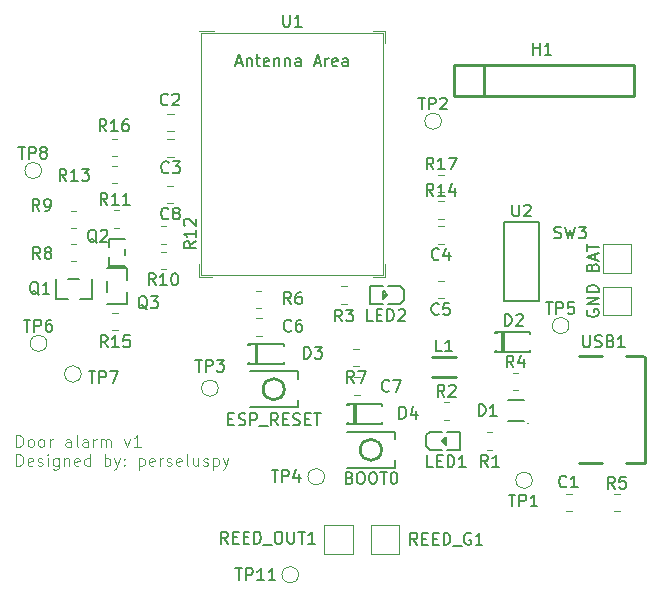
<source format=gbr>
%TF.GenerationSoftware,KiCad,Pcbnew,7.0.11+dfsg-1*%
%TF.CreationDate,2024-04-27T01:01:37+02:00*%
%TF.ProjectId,door_open_alarm,646f6f72-5f6f-4706-956e-5f616c61726d,rev?*%
%TF.SameCoordinates,Original*%
%TF.FileFunction,Legend,Top*%
%TF.FilePolarity,Positive*%
%FSLAX46Y46*%
G04 Gerber Fmt 4.6, Leading zero omitted, Abs format (unit mm)*
G04 Created by KiCad (PCBNEW 7.0.11+dfsg-1) date 2024-04-27 01:01:37*
%MOMM*%
%LPD*%
G01*
G04 APERTURE LIST*
%ADD10C,0.100000*%
%ADD11C,0.150000*%
%ADD12C,0.120000*%
%ADD13C,0.200000*%
%ADD14C,0.250000*%
G04 APERTURE END LIST*
D10*
X86013884Y-99572419D02*
X86013884Y-98572419D01*
X86013884Y-98572419D02*
X86251979Y-98572419D01*
X86251979Y-98572419D02*
X86394836Y-98620038D01*
X86394836Y-98620038D02*
X86490074Y-98715276D01*
X86490074Y-98715276D02*
X86537693Y-98810514D01*
X86537693Y-98810514D02*
X86585312Y-99000990D01*
X86585312Y-99000990D02*
X86585312Y-99143847D01*
X86585312Y-99143847D02*
X86537693Y-99334323D01*
X86537693Y-99334323D02*
X86490074Y-99429561D01*
X86490074Y-99429561D02*
X86394836Y-99524800D01*
X86394836Y-99524800D02*
X86251979Y-99572419D01*
X86251979Y-99572419D02*
X86013884Y-99572419D01*
X87156741Y-99572419D02*
X87061503Y-99524800D01*
X87061503Y-99524800D02*
X87013884Y-99477180D01*
X87013884Y-99477180D02*
X86966265Y-99381942D01*
X86966265Y-99381942D02*
X86966265Y-99096228D01*
X86966265Y-99096228D02*
X87013884Y-99000990D01*
X87013884Y-99000990D02*
X87061503Y-98953371D01*
X87061503Y-98953371D02*
X87156741Y-98905752D01*
X87156741Y-98905752D02*
X87299598Y-98905752D01*
X87299598Y-98905752D02*
X87394836Y-98953371D01*
X87394836Y-98953371D02*
X87442455Y-99000990D01*
X87442455Y-99000990D02*
X87490074Y-99096228D01*
X87490074Y-99096228D02*
X87490074Y-99381942D01*
X87490074Y-99381942D02*
X87442455Y-99477180D01*
X87442455Y-99477180D02*
X87394836Y-99524800D01*
X87394836Y-99524800D02*
X87299598Y-99572419D01*
X87299598Y-99572419D02*
X87156741Y-99572419D01*
X88061503Y-99572419D02*
X87966265Y-99524800D01*
X87966265Y-99524800D02*
X87918646Y-99477180D01*
X87918646Y-99477180D02*
X87871027Y-99381942D01*
X87871027Y-99381942D02*
X87871027Y-99096228D01*
X87871027Y-99096228D02*
X87918646Y-99000990D01*
X87918646Y-99000990D02*
X87966265Y-98953371D01*
X87966265Y-98953371D02*
X88061503Y-98905752D01*
X88061503Y-98905752D02*
X88204360Y-98905752D01*
X88204360Y-98905752D02*
X88299598Y-98953371D01*
X88299598Y-98953371D02*
X88347217Y-99000990D01*
X88347217Y-99000990D02*
X88394836Y-99096228D01*
X88394836Y-99096228D02*
X88394836Y-99381942D01*
X88394836Y-99381942D02*
X88347217Y-99477180D01*
X88347217Y-99477180D02*
X88299598Y-99524800D01*
X88299598Y-99524800D02*
X88204360Y-99572419D01*
X88204360Y-99572419D02*
X88061503Y-99572419D01*
X88823408Y-99572419D02*
X88823408Y-98905752D01*
X88823408Y-99096228D02*
X88871027Y-99000990D01*
X88871027Y-99000990D02*
X88918646Y-98953371D01*
X88918646Y-98953371D02*
X89013884Y-98905752D01*
X89013884Y-98905752D02*
X89109122Y-98905752D01*
X90632932Y-99572419D02*
X90632932Y-99048609D01*
X90632932Y-99048609D02*
X90585313Y-98953371D01*
X90585313Y-98953371D02*
X90490075Y-98905752D01*
X90490075Y-98905752D02*
X90299599Y-98905752D01*
X90299599Y-98905752D02*
X90204361Y-98953371D01*
X90632932Y-99524800D02*
X90537694Y-99572419D01*
X90537694Y-99572419D02*
X90299599Y-99572419D01*
X90299599Y-99572419D02*
X90204361Y-99524800D01*
X90204361Y-99524800D02*
X90156742Y-99429561D01*
X90156742Y-99429561D02*
X90156742Y-99334323D01*
X90156742Y-99334323D02*
X90204361Y-99239085D01*
X90204361Y-99239085D02*
X90299599Y-99191466D01*
X90299599Y-99191466D02*
X90537694Y-99191466D01*
X90537694Y-99191466D02*
X90632932Y-99143847D01*
X91251980Y-99572419D02*
X91156742Y-99524800D01*
X91156742Y-99524800D02*
X91109123Y-99429561D01*
X91109123Y-99429561D02*
X91109123Y-98572419D01*
X92061504Y-99572419D02*
X92061504Y-99048609D01*
X92061504Y-99048609D02*
X92013885Y-98953371D01*
X92013885Y-98953371D02*
X91918647Y-98905752D01*
X91918647Y-98905752D02*
X91728171Y-98905752D01*
X91728171Y-98905752D02*
X91632933Y-98953371D01*
X92061504Y-99524800D02*
X91966266Y-99572419D01*
X91966266Y-99572419D02*
X91728171Y-99572419D01*
X91728171Y-99572419D02*
X91632933Y-99524800D01*
X91632933Y-99524800D02*
X91585314Y-99429561D01*
X91585314Y-99429561D02*
X91585314Y-99334323D01*
X91585314Y-99334323D02*
X91632933Y-99239085D01*
X91632933Y-99239085D02*
X91728171Y-99191466D01*
X91728171Y-99191466D02*
X91966266Y-99191466D01*
X91966266Y-99191466D02*
X92061504Y-99143847D01*
X92537695Y-99572419D02*
X92537695Y-98905752D01*
X92537695Y-99096228D02*
X92585314Y-99000990D01*
X92585314Y-99000990D02*
X92632933Y-98953371D01*
X92632933Y-98953371D02*
X92728171Y-98905752D01*
X92728171Y-98905752D02*
X92823409Y-98905752D01*
X93156743Y-99572419D02*
X93156743Y-98905752D01*
X93156743Y-99000990D02*
X93204362Y-98953371D01*
X93204362Y-98953371D02*
X93299600Y-98905752D01*
X93299600Y-98905752D02*
X93442457Y-98905752D01*
X93442457Y-98905752D02*
X93537695Y-98953371D01*
X93537695Y-98953371D02*
X93585314Y-99048609D01*
X93585314Y-99048609D02*
X93585314Y-99572419D01*
X93585314Y-99048609D02*
X93632933Y-98953371D01*
X93632933Y-98953371D02*
X93728171Y-98905752D01*
X93728171Y-98905752D02*
X93871028Y-98905752D01*
X93871028Y-98905752D02*
X93966267Y-98953371D01*
X93966267Y-98953371D02*
X94013886Y-99048609D01*
X94013886Y-99048609D02*
X94013886Y-99572419D01*
X95156743Y-98905752D02*
X95394838Y-99572419D01*
X95394838Y-99572419D02*
X95632933Y-98905752D01*
X96537695Y-99572419D02*
X95966267Y-99572419D01*
X96251981Y-99572419D02*
X96251981Y-98572419D01*
X96251981Y-98572419D02*
X96156743Y-98715276D01*
X96156743Y-98715276D02*
X96061505Y-98810514D01*
X96061505Y-98810514D02*
X95966267Y-98858133D01*
X86013884Y-101182419D02*
X86013884Y-100182419D01*
X86013884Y-100182419D02*
X86251979Y-100182419D01*
X86251979Y-100182419D02*
X86394836Y-100230038D01*
X86394836Y-100230038D02*
X86490074Y-100325276D01*
X86490074Y-100325276D02*
X86537693Y-100420514D01*
X86537693Y-100420514D02*
X86585312Y-100610990D01*
X86585312Y-100610990D02*
X86585312Y-100753847D01*
X86585312Y-100753847D02*
X86537693Y-100944323D01*
X86537693Y-100944323D02*
X86490074Y-101039561D01*
X86490074Y-101039561D02*
X86394836Y-101134800D01*
X86394836Y-101134800D02*
X86251979Y-101182419D01*
X86251979Y-101182419D02*
X86013884Y-101182419D01*
X87394836Y-101134800D02*
X87299598Y-101182419D01*
X87299598Y-101182419D02*
X87109122Y-101182419D01*
X87109122Y-101182419D02*
X87013884Y-101134800D01*
X87013884Y-101134800D02*
X86966265Y-101039561D01*
X86966265Y-101039561D02*
X86966265Y-100658609D01*
X86966265Y-100658609D02*
X87013884Y-100563371D01*
X87013884Y-100563371D02*
X87109122Y-100515752D01*
X87109122Y-100515752D02*
X87299598Y-100515752D01*
X87299598Y-100515752D02*
X87394836Y-100563371D01*
X87394836Y-100563371D02*
X87442455Y-100658609D01*
X87442455Y-100658609D02*
X87442455Y-100753847D01*
X87442455Y-100753847D02*
X86966265Y-100849085D01*
X87823408Y-101134800D02*
X87918646Y-101182419D01*
X87918646Y-101182419D02*
X88109122Y-101182419D01*
X88109122Y-101182419D02*
X88204360Y-101134800D01*
X88204360Y-101134800D02*
X88251979Y-101039561D01*
X88251979Y-101039561D02*
X88251979Y-100991942D01*
X88251979Y-100991942D02*
X88204360Y-100896704D01*
X88204360Y-100896704D02*
X88109122Y-100849085D01*
X88109122Y-100849085D02*
X87966265Y-100849085D01*
X87966265Y-100849085D02*
X87871027Y-100801466D01*
X87871027Y-100801466D02*
X87823408Y-100706228D01*
X87823408Y-100706228D02*
X87823408Y-100658609D01*
X87823408Y-100658609D02*
X87871027Y-100563371D01*
X87871027Y-100563371D02*
X87966265Y-100515752D01*
X87966265Y-100515752D02*
X88109122Y-100515752D01*
X88109122Y-100515752D02*
X88204360Y-100563371D01*
X88680551Y-101182419D02*
X88680551Y-100515752D01*
X88680551Y-100182419D02*
X88632932Y-100230038D01*
X88632932Y-100230038D02*
X88680551Y-100277657D01*
X88680551Y-100277657D02*
X88728170Y-100230038D01*
X88728170Y-100230038D02*
X88680551Y-100182419D01*
X88680551Y-100182419D02*
X88680551Y-100277657D01*
X89585312Y-100515752D02*
X89585312Y-101325276D01*
X89585312Y-101325276D02*
X89537693Y-101420514D01*
X89537693Y-101420514D02*
X89490074Y-101468133D01*
X89490074Y-101468133D02*
X89394836Y-101515752D01*
X89394836Y-101515752D02*
X89251979Y-101515752D01*
X89251979Y-101515752D02*
X89156741Y-101468133D01*
X89585312Y-101134800D02*
X89490074Y-101182419D01*
X89490074Y-101182419D02*
X89299598Y-101182419D01*
X89299598Y-101182419D02*
X89204360Y-101134800D01*
X89204360Y-101134800D02*
X89156741Y-101087180D01*
X89156741Y-101087180D02*
X89109122Y-100991942D01*
X89109122Y-100991942D02*
X89109122Y-100706228D01*
X89109122Y-100706228D02*
X89156741Y-100610990D01*
X89156741Y-100610990D02*
X89204360Y-100563371D01*
X89204360Y-100563371D02*
X89299598Y-100515752D01*
X89299598Y-100515752D02*
X89490074Y-100515752D01*
X89490074Y-100515752D02*
X89585312Y-100563371D01*
X90061503Y-100515752D02*
X90061503Y-101182419D01*
X90061503Y-100610990D02*
X90109122Y-100563371D01*
X90109122Y-100563371D02*
X90204360Y-100515752D01*
X90204360Y-100515752D02*
X90347217Y-100515752D01*
X90347217Y-100515752D02*
X90442455Y-100563371D01*
X90442455Y-100563371D02*
X90490074Y-100658609D01*
X90490074Y-100658609D02*
X90490074Y-101182419D01*
X91347217Y-101134800D02*
X91251979Y-101182419D01*
X91251979Y-101182419D02*
X91061503Y-101182419D01*
X91061503Y-101182419D02*
X90966265Y-101134800D01*
X90966265Y-101134800D02*
X90918646Y-101039561D01*
X90918646Y-101039561D02*
X90918646Y-100658609D01*
X90918646Y-100658609D02*
X90966265Y-100563371D01*
X90966265Y-100563371D02*
X91061503Y-100515752D01*
X91061503Y-100515752D02*
X91251979Y-100515752D01*
X91251979Y-100515752D02*
X91347217Y-100563371D01*
X91347217Y-100563371D02*
X91394836Y-100658609D01*
X91394836Y-100658609D02*
X91394836Y-100753847D01*
X91394836Y-100753847D02*
X90918646Y-100849085D01*
X92251979Y-101182419D02*
X92251979Y-100182419D01*
X92251979Y-101134800D02*
X92156741Y-101182419D01*
X92156741Y-101182419D02*
X91966265Y-101182419D01*
X91966265Y-101182419D02*
X91871027Y-101134800D01*
X91871027Y-101134800D02*
X91823408Y-101087180D01*
X91823408Y-101087180D02*
X91775789Y-100991942D01*
X91775789Y-100991942D02*
X91775789Y-100706228D01*
X91775789Y-100706228D02*
X91823408Y-100610990D01*
X91823408Y-100610990D02*
X91871027Y-100563371D01*
X91871027Y-100563371D02*
X91966265Y-100515752D01*
X91966265Y-100515752D02*
X92156741Y-100515752D01*
X92156741Y-100515752D02*
X92251979Y-100563371D01*
X93490075Y-101182419D02*
X93490075Y-100182419D01*
X93490075Y-100563371D02*
X93585313Y-100515752D01*
X93585313Y-100515752D02*
X93775789Y-100515752D01*
X93775789Y-100515752D02*
X93871027Y-100563371D01*
X93871027Y-100563371D02*
X93918646Y-100610990D01*
X93918646Y-100610990D02*
X93966265Y-100706228D01*
X93966265Y-100706228D02*
X93966265Y-100991942D01*
X93966265Y-100991942D02*
X93918646Y-101087180D01*
X93918646Y-101087180D02*
X93871027Y-101134800D01*
X93871027Y-101134800D02*
X93775789Y-101182419D01*
X93775789Y-101182419D02*
X93585313Y-101182419D01*
X93585313Y-101182419D02*
X93490075Y-101134800D01*
X94299599Y-100515752D02*
X94537694Y-101182419D01*
X94775789Y-100515752D02*
X94537694Y-101182419D01*
X94537694Y-101182419D02*
X94442456Y-101420514D01*
X94442456Y-101420514D02*
X94394837Y-101468133D01*
X94394837Y-101468133D02*
X94299599Y-101515752D01*
X95156742Y-101087180D02*
X95204361Y-101134800D01*
X95204361Y-101134800D02*
X95156742Y-101182419D01*
X95156742Y-101182419D02*
X95109123Y-101134800D01*
X95109123Y-101134800D02*
X95156742Y-101087180D01*
X95156742Y-101087180D02*
X95156742Y-101182419D01*
X95156742Y-100563371D02*
X95204361Y-100610990D01*
X95204361Y-100610990D02*
X95156742Y-100658609D01*
X95156742Y-100658609D02*
X95109123Y-100610990D01*
X95109123Y-100610990D02*
X95156742Y-100563371D01*
X95156742Y-100563371D02*
X95156742Y-100658609D01*
X96394837Y-100515752D02*
X96394837Y-101515752D01*
X96394837Y-100563371D02*
X96490075Y-100515752D01*
X96490075Y-100515752D02*
X96680551Y-100515752D01*
X96680551Y-100515752D02*
X96775789Y-100563371D01*
X96775789Y-100563371D02*
X96823408Y-100610990D01*
X96823408Y-100610990D02*
X96871027Y-100706228D01*
X96871027Y-100706228D02*
X96871027Y-100991942D01*
X96871027Y-100991942D02*
X96823408Y-101087180D01*
X96823408Y-101087180D02*
X96775789Y-101134800D01*
X96775789Y-101134800D02*
X96680551Y-101182419D01*
X96680551Y-101182419D02*
X96490075Y-101182419D01*
X96490075Y-101182419D02*
X96394837Y-101134800D01*
X97680551Y-101134800D02*
X97585313Y-101182419D01*
X97585313Y-101182419D02*
X97394837Y-101182419D01*
X97394837Y-101182419D02*
X97299599Y-101134800D01*
X97299599Y-101134800D02*
X97251980Y-101039561D01*
X97251980Y-101039561D02*
X97251980Y-100658609D01*
X97251980Y-100658609D02*
X97299599Y-100563371D01*
X97299599Y-100563371D02*
X97394837Y-100515752D01*
X97394837Y-100515752D02*
X97585313Y-100515752D01*
X97585313Y-100515752D02*
X97680551Y-100563371D01*
X97680551Y-100563371D02*
X97728170Y-100658609D01*
X97728170Y-100658609D02*
X97728170Y-100753847D01*
X97728170Y-100753847D02*
X97251980Y-100849085D01*
X98156742Y-101182419D02*
X98156742Y-100515752D01*
X98156742Y-100706228D02*
X98204361Y-100610990D01*
X98204361Y-100610990D02*
X98251980Y-100563371D01*
X98251980Y-100563371D02*
X98347218Y-100515752D01*
X98347218Y-100515752D02*
X98442456Y-100515752D01*
X98728171Y-101134800D02*
X98823409Y-101182419D01*
X98823409Y-101182419D02*
X99013885Y-101182419D01*
X99013885Y-101182419D02*
X99109123Y-101134800D01*
X99109123Y-101134800D02*
X99156742Y-101039561D01*
X99156742Y-101039561D02*
X99156742Y-100991942D01*
X99156742Y-100991942D02*
X99109123Y-100896704D01*
X99109123Y-100896704D02*
X99013885Y-100849085D01*
X99013885Y-100849085D02*
X98871028Y-100849085D01*
X98871028Y-100849085D02*
X98775790Y-100801466D01*
X98775790Y-100801466D02*
X98728171Y-100706228D01*
X98728171Y-100706228D02*
X98728171Y-100658609D01*
X98728171Y-100658609D02*
X98775790Y-100563371D01*
X98775790Y-100563371D02*
X98871028Y-100515752D01*
X98871028Y-100515752D02*
X99013885Y-100515752D01*
X99013885Y-100515752D02*
X99109123Y-100563371D01*
X99966266Y-101134800D02*
X99871028Y-101182419D01*
X99871028Y-101182419D02*
X99680552Y-101182419D01*
X99680552Y-101182419D02*
X99585314Y-101134800D01*
X99585314Y-101134800D02*
X99537695Y-101039561D01*
X99537695Y-101039561D02*
X99537695Y-100658609D01*
X99537695Y-100658609D02*
X99585314Y-100563371D01*
X99585314Y-100563371D02*
X99680552Y-100515752D01*
X99680552Y-100515752D02*
X99871028Y-100515752D01*
X99871028Y-100515752D02*
X99966266Y-100563371D01*
X99966266Y-100563371D02*
X100013885Y-100658609D01*
X100013885Y-100658609D02*
X100013885Y-100753847D01*
X100013885Y-100753847D02*
X99537695Y-100849085D01*
X100585314Y-101182419D02*
X100490076Y-101134800D01*
X100490076Y-101134800D02*
X100442457Y-101039561D01*
X100442457Y-101039561D02*
X100442457Y-100182419D01*
X101394838Y-100515752D02*
X101394838Y-101182419D01*
X100966267Y-100515752D02*
X100966267Y-101039561D01*
X100966267Y-101039561D02*
X101013886Y-101134800D01*
X101013886Y-101134800D02*
X101109124Y-101182419D01*
X101109124Y-101182419D02*
X101251981Y-101182419D01*
X101251981Y-101182419D02*
X101347219Y-101134800D01*
X101347219Y-101134800D02*
X101394838Y-101087180D01*
X101823410Y-101134800D02*
X101918648Y-101182419D01*
X101918648Y-101182419D02*
X102109124Y-101182419D01*
X102109124Y-101182419D02*
X102204362Y-101134800D01*
X102204362Y-101134800D02*
X102251981Y-101039561D01*
X102251981Y-101039561D02*
X102251981Y-100991942D01*
X102251981Y-100991942D02*
X102204362Y-100896704D01*
X102204362Y-100896704D02*
X102109124Y-100849085D01*
X102109124Y-100849085D02*
X101966267Y-100849085D01*
X101966267Y-100849085D02*
X101871029Y-100801466D01*
X101871029Y-100801466D02*
X101823410Y-100706228D01*
X101823410Y-100706228D02*
X101823410Y-100658609D01*
X101823410Y-100658609D02*
X101871029Y-100563371D01*
X101871029Y-100563371D02*
X101966267Y-100515752D01*
X101966267Y-100515752D02*
X102109124Y-100515752D01*
X102109124Y-100515752D02*
X102204362Y-100563371D01*
X102680553Y-100515752D02*
X102680553Y-101515752D01*
X102680553Y-100563371D02*
X102775791Y-100515752D01*
X102775791Y-100515752D02*
X102966267Y-100515752D01*
X102966267Y-100515752D02*
X103061505Y-100563371D01*
X103061505Y-100563371D02*
X103109124Y-100610990D01*
X103109124Y-100610990D02*
X103156743Y-100706228D01*
X103156743Y-100706228D02*
X103156743Y-100991942D01*
X103156743Y-100991942D02*
X103109124Y-101087180D01*
X103109124Y-101087180D02*
X103061505Y-101134800D01*
X103061505Y-101134800D02*
X102966267Y-101182419D01*
X102966267Y-101182419D02*
X102775791Y-101182419D01*
X102775791Y-101182419D02*
X102680553Y-101134800D01*
X103490077Y-100515752D02*
X103728172Y-101182419D01*
X103966267Y-100515752D02*
X103728172Y-101182419D01*
X103728172Y-101182419D02*
X103632934Y-101420514D01*
X103632934Y-101420514D02*
X103585315Y-101468133D01*
X103585315Y-101468133D02*
X103490077Y-101515752D01*
D11*
X98904733Y-76309180D02*
X98857114Y-76356800D01*
X98857114Y-76356800D02*
X98714257Y-76404419D01*
X98714257Y-76404419D02*
X98619019Y-76404419D01*
X98619019Y-76404419D02*
X98476162Y-76356800D01*
X98476162Y-76356800D02*
X98380924Y-76261561D01*
X98380924Y-76261561D02*
X98333305Y-76166323D01*
X98333305Y-76166323D02*
X98285686Y-75975847D01*
X98285686Y-75975847D02*
X98285686Y-75832990D01*
X98285686Y-75832990D02*
X98333305Y-75642514D01*
X98333305Y-75642514D02*
X98380924Y-75547276D01*
X98380924Y-75547276D02*
X98476162Y-75452038D01*
X98476162Y-75452038D02*
X98619019Y-75404419D01*
X98619019Y-75404419D02*
X98714257Y-75404419D01*
X98714257Y-75404419D02*
X98857114Y-75452038D01*
X98857114Y-75452038D02*
X98904733Y-75499657D01*
X99238067Y-75404419D02*
X99857114Y-75404419D01*
X99857114Y-75404419D02*
X99523781Y-75785371D01*
X99523781Y-75785371D02*
X99666638Y-75785371D01*
X99666638Y-75785371D02*
X99761876Y-75832990D01*
X99761876Y-75832990D02*
X99809495Y-75880609D01*
X99809495Y-75880609D02*
X99857114Y-75975847D01*
X99857114Y-75975847D02*
X99857114Y-76213942D01*
X99857114Y-76213942D02*
X99809495Y-76309180D01*
X99809495Y-76309180D02*
X99761876Y-76356800D01*
X99761876Y-76356800D02*
X99666638Y-76404419D01*
X99666638Y-76404419D02*
X99380924Y-76404419D01*
X99380924Y-76404419D02*
X99285686Y-76356800D01*
X99285686Y-76356800D02*
X99238067Y-76309180D01*
X121326042Y-78306819D02*
X120992709Y-77830628D01*
X120754614Y-78306819D02*
X120754614Y-77306819D01*
X120754614Y-77306819D02*
X121135566Y-77306819D01*
X121135566Y-77306819D02*
X121230804Y-77354438D01*
X121230804Y-77354438D02*
X121278423Y-77402057D01*
X121278423Y-77402057D02*
X121326042Y-77497295D01*
X121326042Y-77497295D02*
X121326042Y-77640152D01*
X121326042Y-77640152D02*
X121278423Y-77735390D01*
X121278423Y-77735390D02*
X121230804Y-77783009D01*
X121230804Y-77783009D02*
X121135566Y-77830628D01*
X121135566Y-77830628D02*
X120754614Y-77830628D01*
X122278423Y-78306819D02*
X121706995Y-78306819D01*
X121992709Y-78306819D02*
X121992709Y-77306819D01*
X121992709Y-77306819D02*
X121897471Y-77449676D01*
X121897471Y-77449676D02*
X121802233Y-77544914D01*
X121802233Y-77544914D02*
X121706995Y-77592533D01*
X123135566Y-77640152D02*
X123135566Y-78306819D01*
X122897471Y-77259200D02*
X122659376Y-77973485D01*
X122659376Y-77973485D02*
X123278423Y-77973485D01*
X117579333Y-94800580D02*
X117531714Y-94848200D01*
X117531714Y-94848200D02*
X117388857Y-94895819D01*
X117388857Y-94895819D02*
X117293619Y-94895819D01*
X117293619Y-94895819D02*
X117150762Y-94848200D01*
X117150762Y-94848200D02*
X117055524Y-94752961D01*
X117055524Y-94752961D02*
X117007905Y-94657723D01*
X117007905Y-94657723D02*
X116960286Y-94467247D01*
X116960286Y-94467247D02*
X116960286Y-94324390D01*
X116960286Y-94324390D02*
X117007905Y-94133914D01*
X117007905Y-94133914D02*
X117055524Y-94038676D01*
X117055524Y-94038676D02*
X117150762Y-93943438D01*
X117150762Y-93943438D02*
X117293619Y-93895819D01*
X117293619Y-93895819D02*
X117388857Y-93895819D01*
X117388857Y-93895819D02*
X117531714Y-93943438D01*
X117531714Y-93943438D02*
X117579333Y-93991057D01*
X117912667Y-93895819D02*
X118579333Y-93895819D01*
X118579333Y-93895819D02*
X118150762Y-94895819D01*
X118443105Y-97178019D02*
X118443105Y-96178019D01*
X118443105Y-96178019D02*
X118681200Y-96178019D01*
X118681200Y-96178019D02*
X118824057Y-96225638D01*
X118824057Y-96225638D02*
X118919295Y-96320876D01*
X118919295Y-96320876D02*
X118966914Y-96416114D01*
X118966914Y-96416114D02*
X119014533Y-96606590D01*
X119014533Y-96606590D02*
X119014533Y-96749447D01*
X119014533Y-96749447D02*
X118966914Y-96939923D01*
X118966914Y-96939923D02*
X118919295Y-97035161D01*
X118919295Y-97035161D02*
X118824057Y-97130400D01*
X118824057Y-97130400D02*
X118681200Y-97178019D01*
X118681200Y-97178019D02*
X118443105Y-97178019D01*
X119871676Y-96511352D02*
X119871676Y-97178019D01*
X119633581Y-96130400D02*
X119395486Y-96844685D01*
X119395486Y-96844685D02*
X120014533Y-96844685D01*
X116178152Y-88897619D02*
X115701962Y-88897619D01*
X115701962Y-88897619D02*
X115701962Y-87897619D01*
X116511486Y-88373809D02*
X116844819Y-88373809D01*
X116987676Y-88897619D02*
X116511486Y-88897619D01*
X116511486Y-88897619D02*
X116511486Y-87897619D01*
X116511486Y-87897619D02*
X116987676Y-87897619D01*
X117416248Y-88897619D02*
X117416248Y-87897619D01*
X117416248Y-87897619D02*
X117654343Y-87897619D01*
X117654343Y-87897619D02*
X117797200Y-87945238D01*
X117797200Y-87945238D02*
X117892438Y-88040476D01*
X117892438Y-88040476D02*
X117940057Y-88135714D01*
X117940057Y-88135714D02*
X117987676Y-88326190D01*
X117987676Y-88326190D02*
X117987676Y-88469047D01*
X117987676Y-88469047D02*
X117940057Y-88659523D01*
X117940057Y-88659523D02*
X117892438Y-88754761D01*
X117892438Y-88754761D02*
X117797200Y-88850000D01*
X117797200Y-88850000D02*
X117654343Y-88897619D01*
X117654343Y-88897619D02*
X117416248Y-88897619D01*
X118368629Y-87992857D02*
X118416248Y-87945238D01*
X118416248Y-87945238D02*
X118511486Y-87897619D01*
X118511486Y-87897619D02*
X118749581Y-87897619D01*
X118749581Y-87897619D02*
X118844819Y-87945238D01*
X118844819Y-87945238D02*
X118892438Y-87992857D01*
X118892438Y-87992857D02*
X118940057Y-88088095D01*
X118940057Y-88088095D02*
X118940057Y-88183333D01*
X118940057Y-88183333D02*
X118892438Y-88326190D01*
X118892438Y-88326190D02*
X118321010Y-88897619D01*
X118321010Y-88897619D02*
X118940057Y-88897619D01*
X86178095Y-74176819D02*
X86749523Y-74176819D01*
X86463809Y-75176819D02*
X86463809Y-74176819D01*
X87082857Y-75176819D02*
X87082857Y-74176819D01*
X87082857Y-74176819D02*
X87463809Y-74176819D01*
X87463809Y-74176819D02*
X87559047Y-74224438D01*
X87559047Y-74224438D02*
X87606666Y-74272057D01*
X87606666Y-74272057D02*
X87654285Y-74367295D01*
X87654285Y-74367295D02*
X87654285Y-74510152D01*
X87654285Y-74510152D02*
X87606666Y-74605390D01*
X87606666Y-74605390D02*
X87559047Y-74653009D01*
X87559047Y-74653009D02*
X87463809Y-74700628D01*
X87463809Y-74700628D02*
X87082857Y-74700628D01*
X88225714Y-74605390D02*
X88130476Y-74557771D01*
X88130476Y-74557771D02*
X88082857Y-74510152D01*
X88082857Y-74510152D02*
X88035238Y-74414914D01*
X88035238Y-74414914D02*
X88035238Y-74367295D01*
X88035238Y-74367295D02*
X88082857Y-74272057D01*
X88082857Y-74272057D02*
X88130476Y-74224438D01*
X88130476Y-74224438D02*
X88225714Y-74176819D01*
X88225714Y-74176819D02*
X88416190Y-74176819D01*
X88416190Y-74176819D02*
X88511428Y-74224438D01*
X88511428Y-74224438D02*
X88559047Y-74272057D01*
X88559047Y-74272057D02*
X88606666Y-74367295D01*
X88606666Y-74367295D02*
X88606666Y-74414914D01*
X88606666Y-74414914D02*
X88559047Y-74510152D01*
X88559047Y-74510152D02*
X88511428Y-74557771D01*
X88511428Y-74557771D02*
X88416190Y-74605390D01*
X88416190Y-74605390D02*
X88225714Y-74605390D01*
X88225714Y-74605390D02*
X88130476Y-74653009D01*
X88130476Y-74653009D02*
X88082857Y-74700628D01*
X88082857Y-74700628D02*
X88035238Y-74795866D01*
X88035238Y-74795866D02*
X88035238Y-74986342D01*
X88035238Y-74986342D02*
X88082857Y-75081580D01*
X88082857Y-75081580D02*
X88130476Y-75129200D01*
X88130476Y-75129200D02*
X88225714Y-75176819D01*
X88225714Y-75176819D02*
X88416190Y-75176819D01*
X88416190Y-75176819D02*
X88511428Y-75129200D01*
X88511428Y-75129200D02*
X88559047Y-75081580D01*
X88559047Y-75081580D02*
X88606666Y-74986342D01*
X88606666Y-74986342D02*
X88606666Y-74795866D01*
X88606666Y-74795866D02*
X88559047Y-74700628D01*
X88559047Y-74700628D02*
X88511428Y-74653009D01*
X88511428Y-74653009D02*
X88416190Y-74605390D01*
X88022133Y-83665219D02*
X87688800Y-83189028D01*
X87450705Y-83665219D02*
X87450705Y-82665219D01*
X87450705Y-82665219D02*
X87831657Y-82665219D01*
X87831657Y-82665219D02*
X87926895Y-82712838D01*
X87926895Y-82712838D02*
X87974514Y-82760457D01*
X87974514Y-82760457D02*
X88022133Y-82855695D01*
X88022133Y-82855695D02*
X88022133Y-82998552D01*
X88022133Y-82998552D02*
X87974514Y-83093790D01*
X87974514Y-83093790D02*
X87926895Y-83141409D01*
X87926895Y-83141409D02*
X87831657Y-83189028D01*
X87831657Y-83189028D02*
X87450705Y-83189028D01*
X88593562Y-83093790D02*
X88498324Y-83046171D01*
X88498324Y-83046171D02*
X88450705Y-82998552D01*
X88450705Y-82998552D02*
X88403086Y-82903314D01*
X88403086Y-82903314D02*
X88403086Y-82855695D01*
X88403086Y-82855695D02*
X88450705Y-82760457D01*
X88450705Y-82760457D02*
X88498324Y-82712838D01*
X88498324Y-82712838D02*
X88593562Y-82665219D01*
X88593562Y-82665219D02*
X88784038Y-82665219D01*
X88784038Y-82665219D02*
X88879276Y-82712838D01*
X88879276Y-82712838D02*
X88926895Y-82760457D01*
X88926895Y-82760457D02*
X88974514Y-82855695D01*
X88974514Y-82855695D02*
X88974514Y-82903314D01*
X88974514Y-82903314D02*
X88926895Y-82998552D01*
X88926895Y-82998552D02*
X88879276Y-83046171D01*
X88879276Y-83046171D02*
X88784038Y-83093790D01*
X88784038Y-83093790D02*
X88593562Y-83093790D01*
X88593562Y-83093790D02*
X88498324Y-83141409D01*
X88498324Y-83141409D02*
X88450705Y-83189028D01*
X88450705Y-83189028D02*
X88403086Y-83284266D01*
X88403086Y-83284266D02*
X88403086Y-83474742D01*
X88403086Y-83474742D02*
X88450705Y-83569980D01*
X88450705Y-83569980D02*
X88498324Y-83617600D01*
X88498324Y-83617600D02*
X88593562Y-83665219D01*
X88593562Y-83665219D02*
X88784038Y-83665219D01*
X88784038Y-83665219D02*
X88879276Y-83617600D01*
X88879276Y-83617600D02*
X88926895Y-83569980D01*
X88926895Y-83569980D02*
X88974514Y-83474742D01*
X88974514Y-83474742D02*
X88974514Y-83284266D01*
X88974514Y-83284266D02*
X88926895Y-83189028D01*
X88926895Y-83189028D02*
X88879276Y-83141409D01*
X88879276Y-83141409D02*
X88784038Y-83093790D01*
X125168675Y-96953968D02*
X125168675Y-95953968D01*
X125168675Y-95953968D02*
X125406770Y-95953968D01*
X125406770Y-95953968D02*
X125549627Y-96001587D01*
X125549627Y-96001587D02*
X125644865Y-96096825D01*
X125644865Y-96096825D02*
X125692484Y-96192063D01*
X125692484Y-96192063D02*
X125740103Y-96382539D01*
X125740103Y-96382539D02*
X125740103Y-96525396D01*
X125740103Y-96525396D02*
X125692484Y-96715872D01*
X125692484Y-96715872D02*
X125644865Y-96811110D01*
X125644865Y-96811110D02*
X125549627Y-96906349D01*
X125549627Y-96906349D02*
X125406770Y-96953968D01*
X125406770Y-96953968D02*
X125168675Y-96953968D01*
X126692484Y-96953968D02*
X126121056Y-96953968D01*
X126406770Y-96953968D02*
X126406770Y-95953968D01*
X126406770Y-95953968D02*
X126311532Y-96096825D01*
X126311532Y-96096825D02*
X126216294Y-96192063D01*
X126216294Y-96192063D02*
X126121056Y-96239682D01*
X93638142Y-72844819D02*
X93304809Y-72368628D01*
X93066714Y-72844819D02*
X93066714Y-71844819D01*
X93066714Y-71844819D02*
X93447666Y-71844819D01*
X93447666Y-71844819D02*
X93542904Y-71892438D01*
X93542904Y-71892438D02*
X93590523Y-71940057D01*
X93590523Y-71940057D02*
X93638142Y-72035295D01*
X93638142Y-72035295D02*
X93638142Y-72178152D01*
X93638142Y-72178152D02*
X93590523Y-72273390D01*
X93590523Y-72273390D02*
X93542904Y-72321009D01*
X93542904Y-72321009D02*
X93447666Y-72368628D01*
X93447666Y-72368628D02*
X93066714Y-72368628D01*
X94590523Y-72844819D02*
X94019095Y-72844819D01*
X94304809Y-72844819D02*
X94304809Y-71844819D01*
X94304809Y-71844819D02*
X94209571Y-71987676D01*
X94209571Y-71987676D02*
X94114333Y-72082914D01*
X94114333Y-72082914D02*
X94019095Y-72130533D01*
X95447666Y-71844819D02*
X95257190Y-71844819D01*
X95257190Y-71844819D02*
X95161952Y-71892438D01*
X95161952Y-71892438D02*
X95114333Y-71940057D01*
X95114333Y-71940057D02*
X95019095Y-72082914D01*
X95019095Y-72082914D02*
X94971476Y-72273390D01*
X94971476Y-72273390D02*
X94971476Y-72654342D01*
X94971476Y-72654342D02*
X95019095Y-72749580D01*
X95019095Y-72749580D02*
X95066714Y-72797200D01*
X95066714Y-72797200D02*
X95161952Y-72844819D01*
X95161952Y-72844819D02*
X95352428Y-72844819D01*
X95352428Y-72844819D02*
X95447666Y-72797200D01*
X95447666Y-72797200D02*
X95495285Y-72749580D01*
X95495285Y-72749580D02*
X95542904Y-72654342D01*
X95542904Y-72654342D02*
X95542904Y-72416247D01*
X95542904Y-72416247D02*
X95495285Y-72321009D01*
X95495285Y-72321009D02*
X95447666Y-72273390D01*
X95447666Y-72273390D02*
X95352428Y-72225771D01*
X95352428Y-72225771D02*
X95161952Y-72225771D01*
X95161952Y-72225771D02*
X95066714Y-72273390D01*
X95066714Y-72273390D02*
X95019095Y-72321009D01*
X95019095Y-72321009D02*
X94971476Y-72416247D01*
X98838733Y-70565180D02*
X98791114Y-70612800D01*
X98791114Y-70612800D02*
X98648257Y-70660419D01*
X98648257Y-70660419D02*
X98553019Y-70660419D01*
X98553019Y-70660419D02*
X98410162Y-70612800D01*
X98410162Y-70612800D02*
X98314924Y-70517561D01*
X98314924Y-70517561D02*
X98267305Y-70422323D01*
X98267305Y-70422323D02*
X98219686Y-70231847D01*
X98219686Y-70231847D02*
X98219686Y-70088990D01*
X98219686Y-70088990D02*
X98267305Y-69898514D01*
X98267305Y-69898514D02*
X98314924Y-69803276D01*
X98314924Y-69803276D02*
X98410162Y-69708038D01*
X98410162Y-69708038D02*
X98553019Y-69660419D01*
X98553019Y-69660419D02*
X98648257Y-69660419D01*
X98648257Y-69660419D02*
X98791114Y-69708038D01*
X98791114Y-69708038D02*
X98838733Y-69755657D01*
X99219686Y-69755657D02*
X99267305Y-69708038D01*
X99267305Y-69708038D02*
X99362543Y-69660419D01*
X99362543Y-69660419D02*
X99600638Y-69660419D01*
X99600638Y-69660419D02*
X99695876Y-69708038D01*
X99695876Y-69708038D02*
X99743495Y-69755657D01*
X99743495Y-69755657D02*
X99791114Y-69850895D01*
X99791114Y-69850895D02*
X99791114Y-69946133D01*
X99791114Y-69946133D02*
X99743495Y-70088990D01*
X99743495Y-70088990D02*
X99172067Y-70660419D01*
X99172067Y-70660419D02*
X99791114Y-70660419D01*
X120038095Y-70006819D02*
X120609523Y-70006819D01*
X120323809Y-71006819D02*
X120323809Y-70006819D01*
X120942857Y-71006819D02*
X120942857Y-70006819D01*
X120942857Y-70006819D02*
X121323809Y-70006819D01*
X121323809Y-70006819D02*
X121419047Y-70054438D01*
X121419047Y-70054438D02*
X121466666Y-70102057D01*
X121466666Y-70102057D02*
X121514285Y-70197295D01*
X121514285Y-70197295D02*
X121514285Y-70340152D01*
X121514285Y-70340152D02*
X121466666Y-70435390D01*
X121466666Y-70435390D02*
X121419047Y-70483009D01*
X121419047Y-70483009D02*
X121323809Y-70530628D01*
X121323809Y-70530628D02*
X120942857Y-70530628D01*
X121895238Y-70102057D02*
X121942857Y-70054438D01*
X121942857Y-70054438D02*
X122038095Y-70006819D01*
X122038095Y-70006819D02*
X122276190Y-70006819D01*
X122276190Y-70006819D02*
X122371428Y-70054438D01*
X122371428Y-70054438D02*
X122419047Y-70102057D01*
X122419047Y-70102057D02*
X122466666Y-70197295D01*
X122466666Y-70197295D02*
X122466666Y-70292533D01*
X122466666Y-70292533D02*
X122419047Y-70435390D01*
X122419047Y-70435390D02*
X121847619Y-71006819D01*
X121847619Y-71006819D02*
X122466666Y-71006819D01*
X97094761Y-87930057D02*
X96999523Y-87882438D01*
X96999523Y-87882438D02*
X96904285Y-87787200D01*
X96904285Y-87787200D02*
X96761428Y-87644342D01*
X96761428Y-87644342D02*
X96666190Y-87596723D01*
X96666190Y-87596723D02*
X96570952Y-87596723D01*
X96618571Y-87834819D02*
X96523333Y-87787200D01*
X96523333Y-87787200D02*
X96428095Y-87691961D01*
X96428095Y-87691961D02*
X96380476Y-87501485D01*
X96380476Y-87501485D02*
X96380476Y-87168152D01*
X96380476Y-87168152D02*
X96428095Y-86977676D01*
X96428095Y-86977676D02*
X96523333Y-86882438D01*
X96523333Y-86882438D02*
X96618571Y-86834819D01*
X96618571Y-86834819D02*
X96809047Y-86834819D01*
X96809047Y-86834819D02*
X96904285Y-86882438D01*
X96904285Y-86882438D02*
X96999523Y-86977676D01*
X96999523Y-86977676D02*
X97047142Y-87168152D01*
X97047142Y-87168152D02*
X97047142Y-87501485D01*
X97047142Y-87501485D02*
X96999523Y-87691961D01*
X96999523Y-87691961D02*
X96904285Y-87787200D01*
X96904285Y-87787200D02*
X96809047Y-87834819D01*
X96809047Y-87834819D02*
X96618571Y-87834819D01*
X97380476Y-86834819D02*
X97999523Y-86834819D01*
X97999523Y-86834819D02*
X97666190Y-87215771D01*
X97666190Y-87215771D02*
X97809047Y-87215771D01*
X97809047Y-87215771D02*
X97904285Y-87263390D01*
X97904285Y-87263390D02*
X97951904Y-87311009D01*
X97951904Y-87311009D02*
X97999523Y-87406247D01*
X97999523Y-87406247D02*
X97999523Y-87644342D01*
X97999523Y-87644342D02*
X97951904Y-87739580D01*
X97951904Y-87739580D02*
X97904285Y-87787200D01*
X97904285Y-87787200D02*
X97809047Y-87834819D01*
X97809047Y-87834819D02*
X97523333Y-87834819D01*
X97523333Y-87834819D02*
X97428095Y-87787200D01*
X97428095Y-87787200D02*
X97380476Y-87739580D01*
X130838095Y-87306819D02*
X131409523Y-87306819D01*
X131123809Y-88306819D02*
X131123809Y-87306819D01*
X131742857Y-88306819D02*
X131742857Y-87306819D01*
X131742857Y-87306819D02*
X132123809Y-87306819D01*
X132123809Y-87306819D02*
X132219047Y-87354438D01*
X132219047Y-87354438D02*
X132266666Y-87402057D01*
X132266666Y-87402057D02*
X132314285Y-87497295D01*
X132314285Y-87497295D02*
X132314285Y-87640152D01*
X132314285Y-87640152D02*
X132266666Y-87735390D01*
X132266666Y-87735390D02*
X132219047Y-87783009D01*
X132219047Y-87783009D02*
X132123809Y-87830628D01*
X132123809Y-87830628D02*
X131742857Y-87830628D01*
X133219047Y-87306819D02*
X132742857Y-87306819D01*
X132742857Y-87306819D02*
X132695238Y-87783009D01*
X132695238Y-87783009D02*
X132742857Y-87735390D01*
X132742857Y-87735390D02*
X132838095Y-87687771D01*
X132838095Y-87687771D02*
X133076190Y-87687771D01*
X133076190Y-87687771D02*
X133171428Y-87735390D01*
X133171428Y-87735390D02*
X133219047Y-87783009D01*
X133219047Y-87783009D02*
X133266666Y-87878247D01*
X133266666Y-87878247D02*
X133266666Y-88116342D01*
X133266666Y-88116342D02*
X133219047Y-88211580D01*
X133219047Y-88211580D02*
X133171428Y-88259200D01*
X133171428Y-88259200D02*
X133076190Y-88306819D01*
X133076190Y-88306819D02*
X132838095Y-88306819D01*
X132838095Y-88306819D02*
X132742857Y-88259200D01*
X132742857Y-88259200D02*
X132695238Y-88211580D01*
X87971333Y-79601219D02*
X87638000Y-79125028D01*
X87399905Y-79601219D02*
X87399905Y-78601219D01*
X87399905Y-78601219D02*
X87780857Y-78601219D01*
X87780857Y-78601219D02*
X87876095Y-78648838D01*
X87876095Y-78648838D02*
X87923714Y-78696457D01*
X87923714Y-78696457D02*
X87971333Y-78791695D01*
X87971333Y-78791695D02*
X87971333Y-78934552D01*
X87971333Y-78934552D02*
X87923714Y-79029790D01*
X87923714Y-79029790D02*
X87876095Y-79077409D01*
X87876095Y-79077409D02*
X87780857Y-79125028D01*
X87780857Y-79125028D02*
X87399905Y-79125028D01*
X88447524Y-79601219D02*
X88638000Y-79601219D01*
X88638000Y-79601219D02*
X88733238Y-79553600D01*
X88733238Y-79553600D02*
X88780857Y-79505980D01*
X88780857Y-79505980D02*
X88876095Y-79363123D01*
X88876095Y-79363123D02*
X88923714Y-79172647D01*
X88923714Y-79172647D02*
X88923714Y-78791695D01*
X88923714Y-78791695D02*
X88876095Y-78696457D01*
X88876095Y-78696457D02*
X88828476Y-78648838D01*
X88828476Y-78648838D02*
X88733238Y-78601219D01*
X88733238Y-78601219D02*
X88542762Y-78601219D01*
X88542762Y-78601219D02*
X88447524Y-78648838D01*
X88447524Y-78648838D02*
X88399905Y-78696457D01*
X88399905Y-78696457D02*
X88352286Y-78791695D01*
X88352286Y-78791695D02*
X88352286Y-79029790D01*
X88352286Y-79029790D02*
X88399905Y-79125028D01*
X88399905Y-79125028D02*
X88447524Y-79172647D01*
X88447524Y-79172647D02*
X88542762Y-79220266D01*
X88542762Y-79220266D02*
X88733238Y-79220266D01*
X88733238Y-79220266D02*
X88828476Y-79172647D01*
X88828476Y-79172647D02*
X88876095Y-79125028D01*
X88876095Y-79125028D02*
X88923714Y-79029790D01*
X108606695Y-62982419D02*
X108606695Y-63791942D01*
X108606695Y-63791942D02*
X108654314Y-63887180D01*
X108654314Y-63887180D02*
X108701933Y-63934800D01*
X108701933Y-63934800D02*
X108797171Y-63982419D01*
X108797171Y-63982419D02*
X108987647Y-63982419D01*
X108987647Y-63982419D02*
X109082885Y-63934800D01*
X109082885Y-63934800D02*
X109130504Y-63887180D01*
X109130504Y-63887180D02*
X109178123Y-63791942D01*
X109178123Y-63791942D02*
X109178123Y-62982419D01*
X110178123Y-63982419D02*
X109606695Y-63982419D01*
X109892409Y-63982419D02*
X109892409Y-62982419D01*
X109892409Y-62982419D02*
X109797171Y-63125276D01*
X109797171Y-63125276D02*
X109701933Y-63220514D01*
X109701933Y-63220514D02*
X109606695Y-63268133D01*
X104606694Y-67046704D02*
X105082884Y-67046704D01*
X104511456Y-67332419D02*
X104844789Y-66332419D01*
X104844789Y-66332419D02*
X105178122Y-67332419D01*
X105511456Y-66665752D02*
X105511456Y-67332419D01*
X105511456Y-66760990D02*
X105559075Y-66713371D01*
X105559075Y-66713371D02*
X105654313Y-66665752D01*
X105654313Y-66665752D02*
X105797170Y-66665752D01*
X105797170Y-66665752D02*
X105892408Y-66713371D01*
X105892408Y-66713371D02*
X105940027Y-66808609D01*
X105940027Y-66808609D02*
X105940027Y-67332419D01*
X106273361Y-66665752D02*
X106654313Y-66665752D01*
X106416218Y-66332419D02*
X106416218Y-67189561D01*
X106416218Y-67189561D02*
X106463837Y-67284800D01*
X106463837Y-67284800D02*
X106559075Y-67332419D01*
X106559075Y-67332419D02*
X106654313Y-67332419D01*
X107368599Y-67284800D02*
X107273361Y-67332419D01*
X107273361Y-67332419D02*
X107082885Y-67332419D01*
X107082885Y-67332419D02*
X106987647Y-67284800D01*
X106987647Y-67284800D02*
X106940028Y-67189561D01*
X106940028Y-67189561D02*
X106940028Y-66808609D01*
X106940028Y-66808609D02*
X106987647Y-66713371D01*
X106987647Y-66713371D02*
X107082885Y-66665752D01*
X107082885Y-66665752D02*
X107273361Y-66665752D01*
X107273361Y-66665752D02*
X107368599Y-66713371D01*
X107368599Y-66713371D02*
X107416218Y-66808609D01*
X107416218Y-66808609D02*
X107416218Y-66903847D01*
X107416218Y-66903847D02*
X106940028Y-66999085D01*
X107844790Y-66665752D02*
X107844790Y-67332419D01*
X107844790Y-66760990D02*
X107892409Y-66713371D01*
X107892409Y-66713371D02*
X107987647Y-66665752D01*
X107987647Y-66665752D02*
X108130504Y-66665752D01*
X108130504Y-66665752D02*
X108225742Y-66713371D01*
X108225742Y-66713371D02*
X108273361Y-66808609D01*
X108273361Y-66808609D02*
X108273361Y-67332419D01*
X108749552Y-66665752D02*
X108749552Y-67332419D01*
X108749552Y-66760990D02*
X108797171Y-66713371D01*
X108797171Y-66713371D02*
X108892409Y-66665752D01*
X108892409Y-66665752D02*
X109035266Y-66665752D01*
X109035266Y-66665752D02*
X109130504Y-66713371D01*
X109130504Y-66713371D02*
X109178123Y-66808609D01*
X109178123Y-66808609D02*
X109178123Y-67332419D01*
X110082885Y-67332419D02*
X110082885Y-66808609D01*
X110082885Y-66808609D02*
X110035266Y-66713371D01*
X110035266Y-66713371D02*
X109940028Y-66665752D01*
X109940028Y-66665752D02*
X109749552Y-66665752D01*
X109749552Y-66665752D02*
X109654314Y-66713371D01*
X110082885Y-67284800D02*
X109987647Y-67332419D01*
X109987647Y-67332419D02*
X109749552Y-67332419D01*
X109749552Y-67332419D02*
X109654314Y-67284800D01*
X109654314Y-67284800D02*
X109606695Y-67189561D01*
X109606695Y-67189561D02*
X109606695Y-67094323D01*
X109606695Y-67094323D02*
X109654314Y-66999085D01*
X109654314Y-66999085D02*
X109749552Y-66951466D01*
X109749552Y-66951466D02*
X109987647Y-66951466D01*
X109987647Y-66951466D02*
X110082885Y-66903847D01*
X111273362Y-67046704D02*
X111749552Y-67046704D01*
X111178124Y-67332419D02*
X111511457Y-66332419D01*
X111511457Y-66332419D02*
X111844790Y-67332419D01*
X112178124Y-67332419D02*
X112178124Y-66665752D01*
X112178124Y-66856228D02*
X112225743Y-66760990D01*
X112225743Y-66760990D02*
X112273362Y-66713371D01*
X112273362Y-66713371D02*
X112368600Y-66665752D01*
X112368600Y-66665752D02*
X112463838Y-66665752D01*
X113178124Y-67284800D02*
X113082886Y-67332419D01*
X113082886Y-67332419D02*
X112892410Y-67332419D01*
X112892410Y-67332419D02*
X112797172Y-67284800D01*
X112797172Y-67284800D02*
X112749553Y-67189561D01*
X112749553Y-67189561D02*
X112749553Y-66808609D01*
X112749553Y-66808609D02*
X112797172Y-66713371D01*
X112797172Y-66713371D02*
X112892410Y-66665752D01*
X112892410Y-66665752D02*
X113082886Y-66665752D01*
X113082886Y-66665752D02*
X113178124Y-66713371D01*
X113178124Y-66713371D02*
X113225743Y-66808609D01*
X113225743Y-66808609D02*
X113225743Y-66903847D01*
X113225743Y-66903847D02*
X112749553Y-66999085D01*
X114082886Y-67332419D02*
X114082886Y-66808609D01*
X114082886Y-66808609D02*
X114035267Y-66713371D01*
X114035267Y-66713371D02*
X113940029Y-66665752D01*
X113940029Y-66665752D02*
X113749553Y-66665752D01*
X113749553Y-66665752D02*
X113654315Y-66713371D01*
X114082886Y-67284800D02*
X113987648Y-67332419D01*
X113987648Y-67332419D02*
X113749553Y-67332419D01*
X113749553Y-67332419D02*
X113654315Y-67284800D01*
X113654315Y-67284800D02*
X113606696Y-67189561D01*
X113606696Y-67189561D02*
X113606696Y-67094323D01*
X113606696Y-67094323D02*
X113654315Y-66999085D01*
X113654315Y-66999085D02*
X113749553Y-66951466D01*
X113749553Y-66951466D02*
X113987648Y-66951466D01*
X113987648Y-66951466D02*
X114082886Y-66903847D01*
X103966666Y-97211009D02*
X104299999Y-97211009D01*
X104442856Y-97734819D02*
X103966666Y-97734819D01*
X103966666Y-97734819D02*
X103966666Y-96734819D01*
X103966666Y-96734819D02*
X104442856Y-96734819D01*
X104823809Y-97687200D02*
X104966666Y-97734819D01*
X104966666Y-97734819D02*
X105204761Y-97734819D01*
X105204761Y-97734819D02*
X105299999Y-97687200D01*
X105299999Y-97687200D02*
X105347618Y-97639580D01*
X105347618Y-97639580D02*
X105395237Y-97544342D01*
X105395237Y-97544342D02*
X105395237Y-97449104D01*
X105395237Y-97449104D02*
X105347618Y-97353866D01*
X105347618Y-97353866D02*
X105299999Y-97306247D01*
X105299999Y-97306247D02*
X105204761Y-97258628D01*
X105204761Y-97258628D02*
X105014285Y-97211009D01*
X105014285Y-97211009D02*
X104919047Y-97163390D01*
X104919047Y-97163390D02*
X104871428Y-97115771D01*
X104871428Y-97115771D02*
X104823809Y-97020533D01*
X104823809Y-97020533D02*
X104823809Y-96925295D01*
X104823809Y-96925295D02*
X104871428Y-96830057D01*
X104871428Y-96830057D02*
X104919047Y-96782438D01*
X104919047Y-96782438D02*
X105014285Y-96734819D01*
X105014285Y-96734819D02*
X105252380Y-96734819D01*
X105252380Y-96734819D02*
X105395237Y-96782438D01*
X105823809Y-97734819D02*
X105823809Y-96734819D01*
X105823809Y-96734819D02*
X106204761Y-96734819D01*
X106204761Y-96734819D02*
X106299999Y-96782438D01*
X106299999Y-96782438D02*
X106347618Y-96830057D01*
X106347618Y-96830057D02*
X106395237Y-96925295D01*
X106395237Y-96925295D02*
X106395237Y-97068152D01*
X106395237Y-97068152D02*
X106347618Y-97163390D01*
X106347618Y-97163390D02*
X106299999Y-97211009D01*
X106299999Y-97211009D02*
X106204761Y-97258628D01*
X106204761Y-97258628D02*
X105823809Y-97258628D01*
X106585714Y-97830057D02*
X107347618Y-97830057D01*
X108157142Y-97734819D02*
X107823809Y-97258628D01*
X107585714Y-97734819D02*
X107585714Y-96734819D01*
X107585714Y-96734819D02*
X107966666Y-96734819D01*
X107966666Y-96734819D02*
X108061904Y-96782438D01*
X108061904Y-96782438D02*
X108109523Y-96830057D01*
X108109523Y-96830057D02*
X108157142Y-96925295D01*
X108157142Y-96925295D02*
X108157142Y-97068152D01*
X108157142Y-97068152D02*
X108109523Y-97163390D01*
X108109523Y-97163390D02*
X108061904Y-97211009D01*
X108061904Y-97211009D02*
X107966666Y-97258628D01*
X107966666Y-97258628D02*
X107585714Y-97258628D01*
X108585714Y-97211009D02*
X108919047Y-97211009D01*
X109061904Y-97734819D02*
X108585714Y-97734819D01*
X108585714Y-97734819D02*
X108585714Y-96734819D01*
X108585714Y-96734819D02*
X109061904Y-96734819D01*
X109442857Y-97687200D02*
X109585714Y-97734819D01*
X109585714Y-97734819D02*
X109823809Y-97734819D01*
X109823809Y-97734819D02*
X109919047Y-97687200D01*
X109919047Y-97687200D02*
X109966666Y-97639580D01*
X109966666Y-97639580D02*
X110014285Y-97544342D01*
X110014285Y-97544342D02*
X110014285Y-97449104D01*
X110014285Y-97449104D02*
X109966666Y-97353866D01*
X109966666Y-97353866D02*
X109919047Y-97306247D01*
X109919047Y-97306247D02*
X109823809Y-97258628D01*
X109823809Y-97258628D02*
X109633333Y-97211009D01*
X109633333Y-97211009D02*
X109538095Y-97163390D01*
X109538095Y-97163390D02*
X109490476Y-97115771D01*
X109490476Y-97115771D02*
X109442857Y-97020533D01*
X109442857Y-97020533D02*
X109442857Y-96925295D01*
X109442857Y-96925295D02*
X109490476Y-96830057D01*
X109490476Y-96830057D02*
X109538095Y-96782438D01*
X109538095Y-96782438D02*
X109633333Y-96734819D01*
X109633333Y-96734819D02*
X109871428Y-96734819D01*
X109871428Y-96734819D02*
X110014285Y-96782438D01*
X110442857Y-97211009D02*
X110776190Y-97211009D01*
X110919047Y-97734819D02*
X110442857Y-97734819D01*
X110442857Y-97734819D02*
X110442857Y-96734819D01*
X110442857Y-96734819D02*
X110919047Y-96734819D01*
X111204762Y-96734819D02*
X111776190Y-96734819D01*
X111490476Y-97734819D02*
X111490476Y-96734819D01*
X136697333Y-103104819D02*
X136364000Y-102628628D01*
X136125905Y-103104819D02*
X136125905Y-102104819D01*
X136125905Y-102104819D02*
X136506857Y-102104819D01*
X136506857Y-102104819D02*
X136602095Y-102152438D01*
X136602095Y-102152438D02*
X136649714Y-102200057D01*
X136649714Y-102200057D02*
X136697333Y-102295295D01*
X136697333Y-102295295D02*
X136697333Y-102438152D01*
X136697333Y-102438152D02*
X136649714Y-102533390D01*
X136649714Y-102533390D02*
X136602095Y-102581009D01*
X136602095Y-102581009D02*
X136506857Y-102628628D01*
X136506857Y-102628628D02*
X136125905Y-102628628D01*
X137602095Y-102104819D02*
X137125905Y-102104819D01*
X137125905Y-102104819D02*
X137078286Y-102581009D01*
X137078286Y-102581009D02*
X137125905Y-102533390D01*
X137125905Y-102533390D02*
X137221143Y-102485771D01*
X137221143Y-102485771D02*
X137459238Y-102485771D01*
X137459238Y-102485771D02*
X137554476Y-102533390D01*
X137554476Y-102533390D02*
X137602095Y-102581009D01*
X137602095Y-102581009D02*
X137649714Y-102676247D01*
X137649714Y-102676247D02*
X137649714Y-102914342D01*
X137649714Y-102914342D02*
X137602095Y-103009580D01*
X137602095Y-103009580D02*
X137554476Y-103057200D01*
X137554476Y-103057200D02*
X137459238Y-103104819D01*
X137459238Y-103104819D02*
X137221143Y-103104819D01*
X137221143Y-103104819D02*
X137125905Y-103057200D01*
X137125905Y-103057200D02*
X137078286Y-103009580D01*
X127372732Y-89339347D02*
X127372732Y-88339347D01*
X127372732Y-88339347D02*
X127610827Y-88339347D01*
X127610827Y-88339347D02*
X127753684Y-88386966D01*
X127753684Y-88386966D02*
X127848922Y-88482204D01*
X127848922Y-88482204D02*
X127896541Y-88577442D01*
X127896541Y-88577442D02*
X127944160Y-88767918D01*
X127944160Y-88767918D02*
X127944160Y-88910775D01*
X127944160Y-88910775D02*
X127896541Y-89101251D01*
X127896541Y-89101251D02*
X127848922Y-89196489D01*
X127848922Y-89196489D02*
X127753684Y-89291728D01*
X127753684Y-89291728D02*
X127610827Y-89339347D01*
X127610827Y-89339347D02*
X127372732Y-89339347D01*
X128325113Y-88434585D02*
X128372732Y-88386966D01*
X128372732Y-88386966D02*
X128467970Y-88339347D01*
X128467970Y-88339347D02*
X128706065Y-88339347D01*
X128706065Y-88339347D02*
X128801303Y-88386966D01*
X128801303Y-88386966D02*
X128848922Y-88434585D01*
X128848922Y-88434585D02*
X128896541Y-88529823D01*
X128896541Y-88529823D02*
X128896541Y-88625061D01*
X128896541Y-88625061D02*
X128848922Y-88767918D01*
X128848922Y-88767918D02*
X128277494Y-89339347D01*
X128277494Y-89339347D02*
X128896541Y-89339347D01*
X113587333Y-88948419D02*
X113254000Y-88472228D01*
X113015905Y-88948419D02*
X113015905Y-87948419D01*
X113015905Y-87948419D02*
X113396857Y-87948419D01*
X113396857Y-87948419D02*
X113492095Y-87996038D01*
X113492095Y-87996038D02*
X113539714Y-88043657D01*
X113539714Y-88043657D02*
X113587333Y-88138895D01*
X113587333Y-88138895D02*
X113587333Y-88281752D01*
X113587333Y-88281752D02*
X113539714Y-88376990D01*
X113539714Y-88376990D02*
X113492095Y-88424609D01*
X113492095Y-88424609D02*
X113396857Y-88472228D01*
X113396857Y-88472228D02*
X113015905Y-88472228D01*
X113920667Y-87948419D02*
X114539714Y-87948419D01*
X114539714Y-87948419D02*
X114206381Y-88329371D01*
X114206381Y-88329371D02*
X114349238Y-88329371D01*
X114349238Y-88329371D02*
X114444476Y-88376990D01*
X114444476Y-88376990D02*
X114492095Y-88424609D01*
X114492095Y-88424609D02*
X114539714Y-88519847D01*
X114539714Y-88519847D02*
X114539714Y-88757942D01*
X114539714Y-88757942D02*
X114492095Y-88853180D01*
X114492095Y-88853180D02*
X114444476Y-88900800D01*
X114444476Y-88900800D02*
X114349238Y-88948419D01*
X114349238Y-88948419D02*
X114063524Y-88948419D01*
X114063524Y-88948419D02*
X113968286Y-88900800D01*
X113968286Y-88900800D02*
X113920667Y-88853180D01*
X121299071Y-101281835D02*
X120822881Y-101281835D01*
X120822881Y-101281835D02*
X120822881Y-100281835D01*
X121632405Y-100758025D02*
X121965738Y-100758025D01*
X122108595Y-101281835D02*
X121632405Y-101281835D01*
X121632405Y-101281835D02*
X121632405Y-100281835D01*
X121632405Y-100281835D02*
X122108595Y-100281835D01*
X122537167Y-101281835D02*
X122537167Y-100281835D01*
X122537167Y-100281835D02*
X122775262Y-100281835D01*
X122775262Y-100281835D02*
X122918119Y-100329454D01*
X122918119Y-100329454D02*
X123013357Y-100424692D01*
X123013357Y-100424692D02*
X123060976Y-100519930D01*
X123060976Y-100519930D02*
X123108595Y-100710406D01*
X123108595Y-100710406D02*
X123108595Y-100853263D01*
X123108595Y-100853263D02*
X123060976Y-101043739D01*
X123060976Y-101043739D02*
X123013357Y-101138977D01*
X123013357Y-101138977D02*
X122918119Y-101234216D01*
X122918119Y-101234216D02*
X122775262Y-101281835D01*
X122775262Y-101281835D02*
X122537167Y-101281835D01*
X124060976Y-101281835D02*
X123489548Y-101281835D01*
X123775262Y-101281835D02*
X123775262Y-100281835D01*
X123775262Y-100281835D02*
X123680024Y-100424692D01*
X123680024Y-100424692D02*
X123584786Y-100519930D01*
X123584786Y-100519930D02*
X123489548Y-100567549D01*
X107618095Y-101524819D02*
X108189523Y-101524819D01*
X107903809Y-102524819D02*
X107903809Y-101524819D01*
X108522857Y-102524819D02*
X108522857Y-101524819D01*
X108522857Y-101524819D02*
X108903809Y-101524819D01*
X108903809Y-101524819D02*
X108999047Y-101572438D01*
X108999047Y-101572438D02*
X109046666Y-101620057D01*
X109046666Y-101620057D02*
X109094285Y-101715295D01*
X109094285Y-101715295D02*
X109094285Y-101858152D01*
X109094285Y-101858152D02*
X109046666Y-101953390D01*
X109046666Y-101953390D02*
X108999047Y-102001009D01*
X108999047Y-102001009D02*
X108903809Y-102048628D01*
X108903809Y-102048628D02*
X108522857Y-102048628D01*
X109951428Y-101858152D02*
X109951428Y-102524819D01*
X109713333Y-101477200D02*
X109475238Y-102191485D01*
X109475238Y-102191485D02*
X110094285Y-102191485D01*
X110355505Y-92094019D02*
X110355505Y-91094019D01*
X110355505Y-91094019D02*
X110593600Y-91094019D01*
X110593600Y-91094019D02*
X110736457Y-91141638D01*
X110736457Y-91141638D02*
X110831695Y-91236876D01*
X110831695Y-91236876D02*
X110879314Y-91332114D01*
X110879314Y-91332114D02*
X110926933Y-91522590D01*
X110926933Y-91522590D02*
X110926933Y-91665447D01*
X110926933Y-91665447D02*
X110879314Y-91855923D01*
X110879314Y-91855923D02*
X110831695Y-91951161D01*
X110831695Y-91951161D02*
X110736457Y-92046400D01*
X110736457Y-92046400D02*
X110593600Y-92094019D01*
X110593600Y-92094019D02*
X110355505Y-92094019D01*
X111260267Y-91094019D02*
X111879314Y-91094019D01*
X111879314Y-91094019D02*
X111545981Y-91474971D01*
X111545981Y-91474971D02*
X111688838Y-91474971D01*
X111688838Y-91474971D02*
X111784076Y-91522590D01*
X111784076Y-91522590D02*
X111831695Y-91570209D01*
X111831695Y-91570209D02*
X111879314Y-91665447D01*
X111879314Y-91665447D02*
X111879314Y-91903542D01*
X111879314Y-91903542D02*
X111831695Y-91998780D01*
X111831695Y-91998780D02*
X111784076Y-92046400D01*
X111784076Y-92046400D02*
X111688838Y-92094019D01*
X111688838Y-92094019D02*
X111403124Y-92094019D01*
X111403124Y-92094019D02*
X111307886Y-92046400D01*
X111307886Y-92046400D02*
X111260267Y-91998780D01*
X125931655Y-101257624D02*
X125598322Y-100781433D01*
X125360227Y-101257624D02*
X125360227Y-100257624D01*
X125360227Y-100257624D02*
X125741179Y-100257624D01*
X125741179Y-100257624D02*
X125836417Y-100305243D01*
X125836417Y-100305243D02*
X125884036Y-100352862D01*
X125884036Y-100352862D02*
X125931655Y-100448100D01*
X125931655Y-100448100D02*
X125931655Y-100590957D01*
X125931655Y-100590957D02*
X125884036Y-100686195D01*
X125884036Y-100686195D02*
X125836417Y-100733814D01*
X125836417Y-100733814D02*
X125741179Y-100781433D01*
X125741179Y-100781433D02*
X125360227Y-100781433D01*
X126884036Y-101257624D02*
X126312608Y-101257624D01*
X126598322Y-101257624D02*
X126598322Y-100257624D01*
X126598322Y-100257624D02*
X126503084Y-100400481D01*
X126503084Y-100400481D02*
X126407846Y-100495719D01*
X126407846Y-100495719D02*
X126312608Y-100543338D01*
X134788209Y-84354895D02*
X134835828Y-84212038D01*
X134835828Y-84212038D02*
X134883447Y-84164419D01*
X134883447Y-84164419D02*
X134978685Y-84116800D01*
X134978685Y-84116800D02*
X135121542Y-84116800D01*
X135121542Y-84116800D02*
X135216780Y-84164419D01*
X135216780Y-84164419D02*
X135264400Y-84212038D01*
X135264400Y-84212038D02*
X135312019Y-84307276D01*
X135312019Y-84307276D02*
X135312019Y-84688228D01*
X135312019Y-84688228D02*
X134312019Y-84688228D01*
X134312019Y-84688228D02*
X134312019Y-84354895D01*
X134312019Y-84354895D02*
X134359638Y-84259657D01*
X134359638Y-84259657D02*
X134407257Y-84212038D01*
X134407257Y-84212038D02*
X134502495Y-84164419D01*
X134502495Y-84164419D02*
X134597733Y-84164419D01*
X134597733Y-84164419D02*
X134692971Y-84212038D01*
X134692971Y-84212038D02*
X134740590Y-84259657D01*
X134740590Y-84259657D02*
X134788209Y-84354895D01*
X134788209Y-84354895D02*
X134788209Y-84688228D01*
X135026304Y-83735847D02*
X135026304Y-83259657D01*
X135312019Y-83831085D02*
X134312019Y-83497752D01*
X134312019Y-83497752D02*
X135312019Y-83164419D01*
X134312019Y-82973942D02*
X134312019Y-82402514D01*
X135312019Y-82688228D02*
X134312019Y-82688228D01*
X97803742Y-85874019D02*
X97470409Y-85397828D01*
X97232314Y-85874019D02*
X97232314Y-84874019D01*
X97232314Y-84874019D02*
X97613266Y-84874019D01*
X97613266Y-84874019D02*
X97708504Y-84921638D01*
X97708504Y-84921638D02*
X97756123Y-84969257D01*
X97756123Y-84969257D02*
X97803742Y-85064495D01*
X97803742Y-85064495D02*
X97803742Y-85207352D01*
X97803742Y-85207352D02*
X97756123Y-85302590D01*
X97756123Y-85302590D02*
X97708504Y-85350209D01*
X97708504Y-85350209D02*
X97613266Y-85397828D01*
X97613266Y-85397828D02*
X97232314Y-85397828D01*
X98756123Y-85874019D02*
X98184695Y-85874019D01*
X98470409Y-85874019D02*
X98470409Y-84874019D01*
X98470409Y-84874019D02*
X98375171Y-85016876D01*
X98375171Y-85016876D02*
X98279933Y-85112114D01*
X98279933Y-85112114D02*
X98184695Y-85159733D01*
X99375171Y-84874019D02*
X99470409Y-84874019D01*
X99470409Y-84874019D02*
X99565647Y-84921638D01*
X99565647Y-84921638D02*
X99613266Y-84969257D01*
X99613266Y-84969257D02*
X99660885Y-85064495D01*
X99660885Y-85064495D02*
X99708504Y-85254971D01*
X99708504Y-85254971D02*
X99708504Y-85493066D01*
X99708504Y-85493066D02*
X99660885Y-85683542D01*
X99660885Y-85683542D02*
X99613266Y-85778780D01*
X99613266Y-85778780D02*
X99565647Y-85826400D01*
X99565647Y-85826400D02*
X99470409Y-85874019D01*
X99470409Y-85874019D02*
X99375171Y-85874019D01*
X99375171Y-85874019D02*
X99279933Y-85826400D01*
X99279933Y-85826400D02*
X99232314Y-85778780D01*
X99232314Y-85778780D02*
X99184695Y-85683542D01*
X99184695Y-85683542D02*
X99137076Y-85493066D01*
X99137076Y-85493066D02*
X99137076Y-85254971D01*
X99137076Y-85254971D02*
X99184695Y-85064495D01*
X99184695Y-85064495D02*
X99232314Y-84969257D01*
X99232314Y-84969257D02*
X99279933Y-84921638D01*
X99279933Y-84921638D02*
X99375171Y-84874019D01*
X128103333Y-92835619D02*
X127770000Y-92359428D01*
X127531905Y-92835619D02*
X127531905Y-91835619D01*
X127531905Y-91835619D02*
X127912857Y-91835619D01*
X127912857Y-91835619D02*
X128008095Y-91883238D01*
X128008095Y-91883238D02*
X128055714Y-91930857D01*
X128055714Y-91930857D02*
X128103333Y-92026095D01*
X128103333Y-92026095D02*
X128103333Y-92168952D01*
X128103333Y-92168952D02*
X128055714Y-92264190D01*
X128055714Y-92264190D02*
X128008095Y-92311809D01*
X128008095Y-92311809D02*
X127912857Y-92359428D01*
X127912857Y-92359428D02*
X127531905Y-92359428D01*
X128960476Y-92168952D02*
X128960476Y-92835619D01*
X128722381Y-91788000D02*
X128484286Y-92502285D01*
X128484286Y-92502285D02*
X129103333Y-92502285D01*
X109260933Y-87475219D02*
X108927600Y-86999028D01*
X108689505Y-87475219D02*
X108689505Y-86475219D01*
X108689505Y-86475219D02*
X109070457Y-86475219D01*
X109070457Y-86475219D02*
X109165695Y-86522838D01*
X109165695Y-86522838D02*
X109213314Y-86570457D01*
X109213314Y-86570457D02*
X109260933Y-86665695D01*
X109260933Y-86665695D02*
X109260933Y-86808552D01*
X109260933Y-86808552D02*
X109213314Y-86903790D01*
X109213314Y-86903790D02*
X109165695Y-86951409D01*
X109165695Y-86951409D02*
X109070457Y-86999028D01*
X109070457Y-86999028D02*
X108689505Y-86999028D01*
X110118076Y-86475219D02*
X109927600Y-86475219D01*
X109927600Y-86475219D02*
X109832362Y-86522838D01*
X109832362Y-86522838D02*
X109784743Y-86570457D01*
X109784743Y-86570457D02*
X109689505Y-86713314D01*
X109689505Y-86713314D02*
X109641886Y-86903790D01*
X109641886Y-86903790D02*
X109641886Y-87284742D01*
X109641886Y-87284742D02*
X109689505Y-87379980D01*
X109689505Y-87379980D02*
X109737124Y-87427600D01*
X109737124Y-87427600D02*
X109832362Y-87475219D01*
X109832362Y-87475219D02*
X110022838Y-87475219D01*
X110022838Y-87475219D02*
X110118076Y-87427600D01*
X110118076Y-87427600D02*
X110165695Y-87379980D01*
X110165695Y-87379980D02*
X110213314Y-87284742D01*
X110213314Y-87284742D02*
X110213314Y-87046647D01*
X110213314Y-87046647D02*
X110165695Y-86951409D01*
X110165695Y-86951409D02*
X110118076Y-86903790D01*
X110118076Y-86903790D02*
X110022838Y-86856171D01*
X110022838Y-86856171D02*
X109832362Y-86856171D01*
X109832362Y-86856171D02*
X109737124Y-86903790D01*
X109737124Y-86903790D02*
X109689505Y-86951409D01*
X109689505Y-86951409D02*
X109641886Y-87046647D01*
X132582221Y-102915883D02*
X132534602Y-102963503D01*
X132534602Y-102963503D02*
X132391745Y-103011122D01*
X132391745Y-103011122D02*
X132296507Y-103011122D01*
X132296507Y-103011122D02*
X132153650Y-102963503D01*
X132153650Y-102963503D02*
X132058412Y-102868264D01*
X132058412Y-102868264D02*
X132010793Y-102773026D01*
X132010793Y-102773026D02*
X131963174Y-102582550D01*
X131963174Y-102582550D02*
X131963174Y-102439693D01*
X131963174Y-102439693D02*
X132010793Y-102249217D01*
X132010793Y-102249217D02*
X132058412Y-102153979D01*
X132058412Y-102153979D02*
X132153650Y-102058741D01*
X132153650Y-102058741D02*
X132296507Y-102011122D01*
X132296507Y-102011122D02*
X132391745Y-102011122D01*
X132391745Y-102011122D02*
X132534602Y-102058741D01*
X132534602Y-102058741D02*
X132582221Y-102106360D01*
X133534602Y-103011122D02*
X132963174Y-103011122D01*
X133248888Y-103011122D02*
X133248888Y-102011122D01*
X133248888Y-102011122D02*
X133153650Y-102153979D01*
X133153650Y-102153979D02*
X133058412Y-102249217D01*
X133058412Y-102249217D02*
X132963174Y-102296836D01*
X121329842Y-76071619D02*
X120996509Y-75595428D01*
X120758414Y-76071619D02*
X120758414Y-75071619D01*
X120758414Y-75071619D02*
X121139366Y-75071619D01*
X121139366Y-75071619D02*
X121234604Y-75119238D01*
X121234604Y-75119238D02*
X121282223Y-75166857D01*
X121282223Y-75166857D02*
X121329842Y-75262095D01*
X121329842Y-75262095D02*
X121329842Y-75404952D01*
X121329842Y-75404952D02*
X121282223Y-75500190D01*
X121282223Y-75500190D02*
X121234604Y-75547809D01*
X121234604Y-75547809D02*
X121139366Y-75595428D01*
X121139366Y-75595428D02*
X120758414Y-75595428D01*
X122282223Y-76071619D02*
X121710795Y-76071619D01*
X121996509Y-76071619D02*
X121996509Y-75071619D01*
X121996509Y-75071619D02*
X121901271Y-75214476D01*
X121901271Y-75214476D02*
X121806033Y-75309714D01*
X121806033Y-75309714D02*
X121710795Y-75357333D01*
X122615557Y-75071619D02*
X123282223Y-75071619D01*
X123282223Y-75071619D02*
X122853652Y-76071619D01*
X133991905Y-90124819D02*
X133991905Y-90934342D01*
X133991905Y-90934342D02*
X134039524Y-91029580D01*
X134039524Y-91029580D02*
X134087143Y-91077200D01*
X134087143Y-91077200D02*
X134182381Y-91124819D01*
X134182381Y-91124819D02*
X134372857Y-91124819D01*
X134372857Y-91124819D02*
X134468095Y-91077200D01*
X134468095Y-91077200D02*
X134515714Y-91029580D01*
X134515714Y-91029580D02*
X134563333Y-90934342D01*
X134563333Y-90934342D02*
X134563333Y-90124819D01*
X134991905Y-91077200D02*
X135134762Y-91124819D01*
X135134762Y-91124819D02*
X135372857Y-91124819D01*
X135372857Y-91124819D02*
X135468095Y-91077200D01*
X135468095Y-91077200D02*
X135515714Y-91029580D01*
X135515714Y-91029580D02*
X135563333Y-90934342D01*
X135563333Y-90934342D02*
X135563333Y-90839104D01*
X135563333Y-90839104D02*
X135515714Y-90743866D01*
X135515714Y-90743866D02*
X135468095Y-90696247D01*
X135468095Y-90696247D02*
X135372857Y-90648628D01*
X135372857Y-90648628D02*
X135182381Y-90601009D01*
X135182381Y-90601009D02*
X135087143Y-90553390D01*
X135087143Y-90553390D02*
X135039524Y-90505771D01*
X135039524Y-90505771D02*
X134991905Y-90410533D01*
X134991905Y-90410533D02*
X134991905Y-90315295D01*
X134991905Y-90315295D02*
X135039524Y-90220057D01*
X135039524Y-90220057D02*
X135087143Y-90172438D01*
X135087143Y-90172438D02*
X135182381Y-90124819D01*
X135182381Y-90124819D02*
X135420476Y-90124819D01*
X135420476Y-90124819D02*
X135563333Y-90172438D01*
X136325238Y-90601009D02*
X136468095Y-90648628D01*
X136468095Y-90648628D02*
X136515714Y-90696247D01*
X136515714Y-90696247D02*
X136563333Y-90791485D01*
X136563333Y-90791485D02*
X136563333Y-90934342D01*
X136563333Y-90934342D02*
X136515714Y-91029580D01*
X136515714Y-91029580D02*
X136468095Y-91077200D01*
X136468095Y-91077200D02*
X136372857Y-91124819D01*
X136372857Y-91124819D02*
X135991905Y-91124819D01*
X135991905Y-91124819D02*
X135991905Y-90124819D01*
X135991905Y-90124819D02*
X136325238Y-90124819D01*
X136325238Y-90124819D02*
X136420476Y-90172438D01*
X136420476Y-90172438D02*
X136468095Y-90220057D01*
X136468095Y-90220057D02*
X136515714Y-90315295D01*
X136515714Y-90315295D02*
X136515714Y-90410533D01*
X136515714Y-90410533D02*
X136468095Y-90505771D01*
X136468095Y-90505771D02*
X136420476Y-90553390D01*
X136420476Y-90553390D02*
X136325238Y-90601009D01*
X136325238Y-90601009D02*
X135991905Y-90601009D01*
X137515714Y-91124819D02*
X136944286Y-91124819D01*
X137230000Y-91124819D02*
X137230000Y-90124819D01*
X137230000Y-90124819D02*
X137134762Y-90267676D01*
X137134762Y-90267676D02*
X137039524Y-90362914D01*
X137039524Y-90362914D02*
X136944286Y-90410533D01*
X127698095Y-103614819D02*
X128269523Y-103614819D01*
X127983809Y-104614819D02*
X127983809Y-103614819D01*
X128602857Y-104614819D02*
X128602857Y-103614819D01*
X128602857Y-103614819D02*
X128983809Y-103614819D01*
X128983809Y-103614819D02*
X129079047Y-103662438D01*
X129079047Y-103662438D02*
X129126666Y-103710057D01*
X129126666Y-103710057D02*
X129174285Y-103805295D01*
X129174285Y-103805295D02*
X129174285Y-103948152D01*
X129174285Y-103948152D02*
X129126666Y-104043390D01*
X129126666Y-104043390D02*
X129079047Y-104091009D01*
X129079047Y-104091009D02*
X128983809Y-104138628D01*
X128983809Y-104138628D02*
X128602857Y-104138628D01*
X130126666Y-104614819D02*
X129555238Y-104614819D01*
X129840952Y-104614819D02*
X129840952Y-103614819D01*
X129840952Y-103614819D02*
X129745714Y-103757676D01*
X129745714Y-103757676D02*
X129650476Y-103852914D01*
X129650476Y-103852914D02*
X129555238Y-103900533D01*
X101191219Y-82176857D02*
X100715028Y-82510190D01*
X101191219Y-82748285D02*
X100191219Y-82748285D01*
X100191219Y-82748285D02*
X100191219Y-82367333D01*
X100191219Y-82367333D02*
X100238838Y-82272095D01*
X100238838Y-82272095D02*
X100286457Y-82224476D01*
X100286457Y-82224476D02*
X100381695Y-82176857D01*
X100381695Y-82176857D02*
X100524552Y-82176857D01*
X100524552Y-82176857D02*
X100619790Y-82224476D01*
X100619790Y-82224476D02*
X100667409Y-82272095D01*
X100667409Y-82272095D02*
X100715028Y-82367333D01*
X100715028Y-82367333D02*
X100715028Y-82748285D01*
X101191219Y-81224476D02*
X101191219Y-81795904D01*
X101191219Y-81510190D02*
X100191219Y-81510190D01*
X100191219Y-81510190D02*
X100334076Y-81605428D01*
X100334076Y-81605428D02*
X100429314Y-81700666D01*
X100429314Y-81700666D02*
X100476933Y-81795904D01*
X100286457Y-80843523D02*
X100238838Y-80795904D01*
X100238838Y-80795904D02*
X100191219Y-80700666D01*
X100191219Y-80700666D02*
X100191219Y-80462571D01*
X100191219Y-80462571D02*
X100238838Y-80367333D01*
X100238838Y-80367333D02*
X100286457Y-80319714D01*
X100286457Y-80319714D02*
X100381695Y-80272095D01*
X100381695Y-80272095D02*
X100476933Y-80272095D01*
X100476933Y-80272095D02*
X100619790Y-80319714D01*
X100619790Y-80319714D02*
X101191219Y-80891142D01*
X101191219Y-80891142D02*
X101191219Y-80272095D01*
X101158095Y-92194819D02*
X101729523Y-92194819D01*
X101443809Y-93194819D02*
X101443809Y-92194819D01*
X102062857Y-93194819D02*
X102062857Y-92194819D01*
X102062857Y-92194819D02*
X102443809Y-92194819D01*
X102443809Y-92194819D02*
X102539047Y-92242438D01*
X102539047Y-92242438D02*
X102586666Y-92290057D01*
X102586666Y-92290057D02*
X102634285Y-92385295D01*
X102634285Y-92385295D02*
X102634285Y-92528152D01*
X102634285Y-92528152D02*
X102586666Y-92623390D01*
X102586666Y-92623390D02*
X102539047Y-92671009D01*
X102539047Y-92671009D02*
X102443809Y-92718628D01*
X102443809Y-92718628D02*
X102062857Y-92718628D01*
X102967619Y-92194819D02*
X103586666Y-92194819D01*
X103586666Y-92194819D02*
X103253333Y-92575771D01*
X103253333Y-92575771D02*
X103396190Y-92575771D01*
X103396190Y-92575771D02*
X103491428Y-92623390D01*
X103491428Y-92623390D02*
X103539047Y-92671009D01*
X103539047Y-92671009D02*
X103586666Y-92766247D01*
X103586666Y-92766247D02*
X103586666Y-93004342D01*
X103586666Y-93004342D02*
X103539047Y-93099580D01*
X103539047Y-93099580D02*
X103491428Y-93147200D01*
X103491428Y-93147200D02*
X103396190Y-93194819D01*
X103396190Y-93194819D02*
X103110476Y-93194819D01*
X103110476Y-93194819D02*
X103015238Y-93147200D01*
X103015238Y-93147200D02*
X102967619Y-93099580D01*
X122261333Y-95324819D02*
X121928000Y-94848628D01*
X121689905Y-95324819D02*
X121689905Y-94324819D01*
X121689905Y-94324819D02*
X122070857Y-94324819D01*
X122070857Y-94324819D02*
X122166095Y-94372438D01*
X122166095Y-94372438D02*
X122213714Y-94420057D01*
X122213714Y-94420057D02*
X122261333Y-94515295D01*
X122261333Y-94515295D02*
X122261333Y-94658152D01*
X122261333Y-94658152D02*
X122213714Y-94753390D01*
X122213714Y-94753390D02*
X122166095Y-94801009D01*
X122166095Y-94801009D02*
X122070857Y-94848628D01*
X122070857Y-94848628D02*
X121689905Y-94848628D01*
X122642286Y-94420057D02*
X122689905Y-94372438D01*
X122689905Y-94372438D02*
X122785143Y-94324819D01*
X122785143Y-94324819D02*
X123023238Y-94324819D01*
X123023238Y-94324819D02*
X123118476Y-94372438D01*
X123118476Y-94372438D02*
X123166095Y-94420057D01*
X123166095Y-94420057D02*
X123213714Y-94515295D01*
X123213714Y-94515295D02*
X123213714Y-94610533D01*
X123213714Y-94610533D02*
X123166095Y-94753390D01*
X123166095Y-94753390D02*
X122594667Y-95324819D01*
X122594667Y-95324819D02*
X123213714Y-95324819D01*
X92138095Y-93154819D02*
X92709523Y-93154819D01*
X92423809Y-94154819D02*
X92423809Y-93154819D01*
X93042857Y-94154819D02*
X93042857Y-93154819D01*
X93042857Y-93154819D02*
X93423809Y-93154819D01*
X93423809Y-93154819D02*
X93519047Y-93202438D01*
X93519047Y-93202438D02*
X93566666Y-93250057D01*
X93566666Y-93250057D02*
X93614285Y-93345295D01*
X93614285Y-93345295D02*
X93614285Y-93488152D01*
X93614285Y-93488152D02*
X93566666Y-93583390D01*
X93566666Y-93583390D02*
X93519047Y-93631009D01*
X93519047Y-93631009D02*
X93423809Y-93678628D01*
X93423809Y-93678628D02*
X93042857Y-93678628D01*
X93947619Y-93154819D02*
X94614285Y-93154819D01*
X94614285Y-93154819D02*
X94185714Y-94154819D01*
X87904761Y-86700057D02*
X87809523Y-86652438D01*
X87809523Y-86652438D02*
X87714285Y-86557200D01*
X87714285Y-86557200D02*
X87571428Y-86414342D01*
X87571428Y-86414342D02*
X87476190Y-86366723D01*
X87476190Y-86366723D02*
X87380952Y-86366723D01*
X87428571Y-86604819D02*
X87333333Y-86557200D01*
X87333333Y-86557200D02*
X87238095Y-86461961D01*
X87238095Y-86461961D02*
X87190476Y-86271485D01*
X87190476Y-86271485D02*
X87190476Y-85938152D01*
X87190476Y-85938152D02*
X87238095Y-85747676D01*
X87238095Y-85747676D02*
X87333333Y-85652438D01*
X87333333Y-85652438D02*
X87428571Y-85604819D01*
X87428571Y-85604819D02*
X87619047Y-85604819D01*
X87619047Y-85604819D02*
X87714285Y-85652438D01*
X87714285Y-85652438D02*
X87809523Y-85747676D01*
X87809523Y-85747676D02*
X87857142Y-85938152D01*
X87857142Y-85938152D02*
X87857142Y-86271485D01*
X87857142Y-86271485D02*
X87809523Y-86461961D01*
X87809523Y-86461961D02*
X87714285Y-86557200D01*
X87714285Y-86557200D02*
X87619047Y-86604819D01*
X87619047Y-86604819D02*
X87428571Y-86604819D01*
X88809523Y-86604819D02*
X88238095Y-86604819D01*
X88523809Y-86604819D02*
X88523809Y-85604819D01*
X88523809Y-85604819D02*
X88428571Y-85747676D01*
X88428571Y-85747676D02*
X88333333Y-85842914D01*
X88333333Y-85842914D02*
X88238095Y-85890533D01*
X93737842Y-91132819D02*
X93404509Y-90656628D01*
X93166414Y-91132819D02*
X93166414Y-90132819D01*
X93166414Y-90132819D02*
X93547366Y-90132819D01*
X93547366Y-90132819D02*
X93642604Y-90180438D01*
X93642604Y-90180438D02*
X93690223Y-90228057D01*
X93690223Y-90228057D02*
X93737842Y-90323295D01*
X93737842Y-90323295D02*
X93737842Y-90466152D01*
X93737842Y-90466152D02*
X93690223Y-90561390D01*
X93690223Y-90561390D02*
X93642604Y-90609009D01*
X93642604Y-90609009D02*
X93547366Y-90656628D01*
X93547366Y-90656628D02*
X93166414Y-90656628D01*
X94690223Y-91132819D02*
X94118795Y-91132819D01*
X94404509Y-91132819D02*
X94404509Y-90132819D01*
X94404509Y-90132819D02*
X94309271Y-90275676D01*
X94309271Y-90275676D02*
X94214033Y-90370914D01*
X94214033Y-90370914D02*
X94118795Y-90418533D01*
X95594985Y-90132819D02*
X95118795Y-90132819D01*
X95118795Y-90132819D02*
X95071176Y-90609009D01*
X95071176Y-90609009D02*
X95118795Y-90561390D01*
X95118795Y-90561390D02*
X95214033Y-90513771D01*
X95214033Y-90513771D02*
X95452128Y-90513771D01*
X95452128Y-90513771D02*
X95547366Y-90561390D01*
X95547366Y-90561390D02*
X95594985Y-90609009D01*
X95594985Y-90609009D02*
X95642604Y-90704247D01*
X95642604Y-90704247D02*
X95642604Y-90942342D01*
X95642604Y-90942342D02*
X95594985Y-91037580D01*
X95594985Y-91037580D02*
X95547366Y-91085200D01*
X95547366Y-91085200D02*
X95452128Y-91132819D01*
X95452128Y-91132819D02*
X95214033Y-91132819D01*
X95214033Y-91132819D02*
X95118795Y-91085200D01*
X95118795Y-91085200D02*
X95071176Y-91037580D01*
X119947618Y-107854819D02*
X119614285Y-107378628D01*
X119376190Y-107854819D02*
X119376190Y-106854819D01*
X119376190Y-106854819D02*
X119757142Y-106854819D01*
X119757142Y-106854819D02*
X119852380Y-106902438D01*
X119852380Y-106902438D02*
X119899999Y-106950057D01*
X119899999Y-106950057D02*
X119947618Y-107045295D01*
X119947618Y-107045295D02*
X119947618Y-107188152D01*
X119947618Y-107188152D02*
X119899999Y-107283390D01*
X119899999Y-107283390D02*
X119852380Y-107331009D01*
X119852380Y-107331009D02*
X119757142Y-107378628D01*
X119757142Y-107378628D02*
X119376190Y-107378628D01*
X120376190Y-107331009D02*
X120709523Y-107331009D01*
X120852380Y-107854819D02*
X120376190Y-107854819D01*
X120376190Y-107854819D02*
X120376190Y-106854819D01*
X120376190Y-106854819D02*
X120852380Y-106854819D01*
X121280952Y-107331009D02*
X121614285Y-107331009D01*
X121757142Y-107854819D02*
X121280952Y-107854819D01*
X121280952Y-107854819D02*
X121280952Y-106854819D01*
X121280952Y-106854819D02*
X121757142Y-106854819D01*
X122185714Y-107854819D02*
X122185714Y-106854819D01*
X122185714Y-106854819D02*
X122423809Y-106854819D01*
X122423809Y-106854819D02*
X122566666Y-106902438D01*
X122566666Y-106902438D02*
X122661904Y-106997676D01*
X122661904Y-106997676D02*
X122709523Y-107092914D01*
X122709523Y-107092914D02*
X122757142Y-107283390D01*
X122757142Y-107283390D02*
X122757142Y-107426247D01*
X122757142Y-107426247D02*
X122709523Y-107616723D01*
X122709523Y-107616723D02*
X122661904Y-107711961D01*
X122661904Y-107711961D02*
X122566666Y-107807200D01*
X122566666Y-107807200D02*
X122423809Y-107854819D01*
X122423809Y-107854819D02*
X122185714Y-107854819D01*
X122947619Y-107950057D02*
X123709523Y-107950057D01*
X124471428Y-106902438D02*
X124376190Y-106854819D01*
X124376190Y-106854819D02*
X124233333Y-106854819D01*
X124233333Y-106854819D02*
X124090476Y-106902438D01*
X124090476Y-106902438D02*
X123995238Y-106997676D01*
X123995238Y-106997676D02*
X123947619Y-107092914D01*
X123947619Y-107092914D02*
X123900000Y-107283390D01*
X123900000Y-107283390D02*
X123900000Y-107426247D01*
X123900000Y-107426247D02*
X123947619Y-107616723D01*
X123947619Y-107616723D02*
X123995238Y-107711961D01*
X123995238Y-107711961D02*
X124090476Y-107807200D01*
X124090476Y-107807200D02*
X124233333Y-107854819D01*
X124233333Y-107854819D02*
X124328571Y-107854819D01*
X124328571Y-107854819D02*
X124471428Y-107807200D01*
X124471428Y-107807200D02*
X124519047Y-107759580D01*
X124519047Y-107759580D02*
X124519047Y-107426247D01*
X124519047Y-107426247D02*
X124328571Y-107426247D01*
X125471428Y-107854819D02*
X124900000Y-107854819D01*
X125185714Y-107854819D02*
X125185714Y-106854819D01*
X125185714Y-106854819D02*
X125090476Y-106997676D01*
X125090476Y-106997676D02*
X124995238Y-107092914D01*
X124995238Y-107092914D02*
X124900000Y-107140533D01*
X121780133Y-88305380D02*
X121732514Y-88353000D01*
X121732514Y-88353000D02*
X121589657Y-88400619D01*
X121589657Y-88400619D02*
X121494419Y-88400619D01*
X121494419Y-88400619D02*
X121351562Y-88353000D01*
X121351562Y-88353000D02*
X121256324Y-88257761D01*
X121256324Y-88257761D02*
X121208705Y-88162523D01*
X121208705Y-88162523D02*
X121161086Y-87972047D01*
X121161086Y-87972047D02*
X121161086Y-87829190D01*
X121161086Y-87829190D02*
X121208705Y-87638714D01*
X121208705Y-87638714D02*
X121256324Y-87543476D01*
X121256324Y-87543476D02*
X121351562Y-87448238D01*
X121351562Y-87448238D02*
X121494419Y-87400619D01*
X121494419Y-87400619D02*
X121589657Y-87400619D01*
X121589657Y-87400619D02*
X121732514Y-87448238D01*
X121732514Y-87448238D02*
X121780133Y-87495857D01*
X122684895Y-87400619D02*
X122208705Y-87400619D01*
X122208705Y-87400619D02*
X122161086Y-87876809D01*
X122161086Y-87876809D02*
X122208705Y-87829190D01*
X122208705Y-87829190D02*
X122303943Y-87781571D01*
X122303943Y-87781571D02*
X122542038Y-87781571D01*
X122542038Y-87781571D02*
X122637276Y-87829190D01*
X122637276Y-87829190D02*
X122684895Y-87876809D01*
X122684895Y-87876809D02*
X122732514Y-87972047D01*
X122732514Y-87972047D02*
X122732514Y-88210142D01*
X122732514Y-88210142D02*
X122684895Y-88305380D01*
X122684895Y-88305380D02*
X122637276Y-88353000D01*
X122637276Y-88353000D02*
X122542038Y-88400619D01*
X122542038Y-88400619D02*
X122303943Y-88400619D01*
X122303943Y-88400619D02*
X122208705Y-88353000D01*
X122208705Y-88353000D02*
X122161086Y-88305380D01*
X92817961Y-82287257D02*
X92722723Y-82239638D01*
X92722723Y-82239638D02*
X92627485Y-82144400D01*
X92627485Y-82144400D02*
X92484628Y-82001542D01*
X92484628Y-82001542D02*
X92389390Y-81953923D01*
X92389390Y-81953923D02*
X92294152Y-81953923D01*
X92341771Y-82192019D02*
X92246533Y-82144400D01*
X92246533Y-82144400D02*
X92151295Y-82049161D01*
X92151295Y-82049161D02*
X92103676Y-81858685D01*
X92103676Y-81858685D02*
X92103676Y-81525352D01*
X92103676Y-81525352D02*
X92151295Y-81334876D01*
X92151295Y-81334876D02*
X92246533Y-81239638D01*
X92246533Y-81239638D02*
X92341771Y-81192019D01*
X92341771Y-81192019D02*
X92532247Y-81192019D01*
X92532247Y-81192019D02*
X92627485Y-81239638D01*
X92627485Y-81239638D02*
X92722723Y-81334876D01*
X92722723Y-81334876D02*
X92770342Y-81525352D01*
X92770342Y-81525352D02*
X92770342Y-81858685D01*
X92770342Y-81858685D02*
X92722723Y-82049161D01*
X92722723Y-82049161D02*
X92627485Y-82144400D01*
X92627485Y-82144400D02*
X92532247Y-82192019D01*
X92532247Y-82192019D02*
X92341771Y-82192019D01*
X93151295Y-81287257D02*
X93198914Y-81239638D01*
X93198914Y-81239638D02*
X93294152Y-81192019D01*
X93294152Y-81192019D02*
X93532247Y-81192019D01*
X93532247Y-81192019D02*
X93627485Y-81239638D01*
X93627485Y-81239638D02*
X93675104Y-81287257D01*
X93675104Y-81287257D02*
X93722723Y-81382495D01*
X93722723Y-81382495D02*
X93722723Y-81477733D01*
X93722723Y-81477733D02*
X93675104Y-81620590D01*
X93675104Y-81620590D02*
X93103676Y-82192019D01*
X93103676Y-82192019D02*
X93722723Y-82192019D01*
X114216666Y-102191009D02*
X114359523Y-102238628D01*
X114359523Y-102238628D02*
X114407142Y-102286247D01*
X114407142Y-102286247D02*
X114454761Y-102381485D01*
X114454761Y-102381485D02*
X114454761Y-102524342D01*
X114454761Y-102524342D02*
X114407142Y-102619580D01*
X114407142Y-102619580D02*
X114359523Y-102667200D01*
X114359523Y-102667200D02*
X114264285Y-102714819D01*
X114264285Y-102714819D02*
X113883333Y-102714819D01*
X113883333Y-102714819D02*
X113883333Y-101714819D01*
X113883333Y-101714819D02*
X114216666Y-101714819D01*
X114216666Y-101714819D02*
X114311904Y-101762438D01*
X114311904Y-101762438D02*
X114359523Y-101810057D01*
X114359523Y-101810057D02*
X114407142Y-101905295D01*
X114407142Y-101905295D02*
X114407142Y-102000533D01*
X114407142Y-102000533D02*
X114359523Y-102095771D01*
X114359523Y-102095771D02*
X114311904Y-102143390D01*
X114311904Y-102143390D02*
X114216666Y-102191009D01*
X114216666Y-102191009D02*
X113883333Y-102191009D01*
X115073809Y-101714819D02*
X115264285Y-101714819D01*
X115264285Y-101714819D02*
X115359523Y-101762438D01*
X115359523Y-101762438D02*
X115454761Y-101857676D01*
X115454761Y-101857676D02*
X115502380Y-102048152D01*
X115502380Y-102048152D02*
X115502380Y-102381485D01*
X115502380Y-102381485D02*
X115454761Y-102571961D01*
X115454761Y-102571961D02*
X115359523Y-102667200D01*
X115359523Y-102667200D02*
X115264285Y-102714819D01*
X115264285Y-102714819D02*
X115073809Y-102714819D01*
X115073809Y-102714819D02*
X114978571Y-102667200D01*
X114978571Y-102667200D02*
X114883333Y-102571961D01*
X114883333Y-102571961D02*
X114835714Y-102381485D01*
X114835714Y-102381485D02*
X114835714Y-102048152D01*
X114835714Y-102048152D02*
X114883333Y-101857676D01*
X114883333Y-101857676D02*
X114978571Y-101762438D01*
X114978571Y-101762438D02*
X115073809Y-101714819D01*
X116121428Y-101714819D02*
X116311904Y-101714819D01*
X116311904Y-101714819D02*
X116407142Y-101762438D01*
X116407142Y-101762438D02*
X116502380Y-101857676D01*
X116502380Y-101857676D02*
X116549999Y-102048152D01*
X116549999Y-102048152D02*
X116549999Y-102381485D01*
X116549999Y-102381485D02*
X116502380Y-102571961D01*
X116502380Y-102571961D02*
X116407142Y-102667200D01*
X116407142Y-102667200D02*
X116311904Y-102714819D01*
X116311904Y-102714819D02*
X116121428Y-102714819D01*
X116121428Y-102714819D02*
X116026190Y-102667200D01*
X116026190Y-102667200D02*
X115930952Y-102571961D01*
X115930952Y-102571961D02*
X115883333Y-102381485D01*
X115883333Y-102381485D02*
X115883333Y-102048152D01*
X115883333Y-102048152D02*
X115930952Y-101857676D01*
X115930952Y-101857676D02*
X116026190Y-101762438D01*
X116026190Y-101762438D02*
X116121428Y-101714819D01*
X116835714Y-101714819D02*
X117407142Y-101714819D01*
X117121428Y-102714819D02*
X117121428Y-101714819D01*
X117930952Y-101714819D02*
X118026190Y-101714819D01*
X118026190Y-101714819D02*
X118121428Y-101762438D01*
X118121428Y-101762438D02*
X118169047Y-101810057D01*
X118169047Y-101810057D02*
X118216666Y-101905295D01*
X118216666Y-101905295D02*
X118264285Y-102095771D01*
X118264285Y-102095771D02*
X118264285Y-102333866D01*
X118264285Y-102333866D02*
X118216666Y-102524342D01*
X118216666Y-102524342D02*
X118169047Y-102619580D01*
X118169047Y-102619580D02*
X118121428Y-102667200D01*
X118121428Y-102667200D02*
X118026190Y-102714819D01*
X118026190Y-102714819D02*
X117930952Y-102714819D01*
X117930952Y-102714819D02*
X117835714Y-102667200D01*
X117835714Y-102667200D02*
X117788095Y-102619580D01*
X117788095Y-102619580D02*
X117740476Y-102524342D01*
X117740476Y-102524342D02*
X117692857Y-102333866D01*
X117692857Y-102333866D02*
X117692857Y-102095771D01*
X117692857Y-102095771D02*
X117740476Y-101905295D01*
X117740476Y-101905295D02*
X117788095Y-101810057D01*
X117788095Y-101810057D02*
X117835714Y-101762438D01*
X117835714Y-101762438D02*
X117930952Y-101714819D01*
X104561905Y-109854819D02*
X105133333Y-109854819D01*
X104847619Y-110854819D02*
X104847619Y-109854819D01*
X105466667Y-110854819D02*
X105466667Y-109854819D01*
X105466667Y-109854819D02*
X105847619Y-109854819D01*
X105847619Y-109854819D02*
X105942857Y-109902438D01*
X105942857Y-109902438D02*
X105990476Y-109950057D01*
X105990476Y-109950057D02*
X106038095Y-110045295D01*
X106038095Y-110045295D02*
X106038095Y-110188152D01*
X106038095Y-110188152D02*
X105990476Y-110283390D01*
X105990476Y-110283390D02*
X105942857Y-110331009D01*
X105942857Y-110331009D02*
X105847619Y-110378628D01*
X105847619Y-110378628D02*
X105466667Y-110378628D01*
X106990476Y-110854819D02*
X106419048Y-110854819D01*
X106704762Y-110854819D02*
X106704762Y-109854819D01*
X106704762Y-109854819D02*
X106609524Y-109997676D01*
X106609524Y-109997676D02*
X106514286Y-110092914D01*
X106514286Y-110092914D02*
X106419048Y-110140533D01*
X107942857Y-110854819D02*
X107371429Y-110854819D01*
X107657143Y-110854819D02*
X107657143Y-109854819D01*
X107657143Y-109854819D02*
X107561905Y-109997676D01*
X107561905Y-109997676D02*
X107466667Y-110092914D01*
X107466667Y-110092914D02*
X107371429Y-110140533D01*
X98889533Y-80220780D02*
X98841914Y-80268400D01*
X98841914Y-80268400D02*
X98699057Y-80316019D01*
X98699057Y-80316019D02*
X98603819Y-80316019D01*
X98603819Y-80316019D02*
X98460962Y-80268400D01*
X98460962Y-80268400D02*
X98365724Y-80173161D01*
X98365724Y-80173161D02*
X98318105Y-80077923D01*
X98318105Y-80077923D02*
X98270486Y-79887447D01*
X98270486Y-79887447D02*
X98270486Y-79744590D01*
X98270486Y-79744590D02*
X98318105Y-79554114D01*
X98318105Y-79554114D02*
X98365724Y-79458876D01*
X98365724Y-79458876D02*
X98460962Y-79363638D01*
X98460962Y-79363638D02*
X98603819Y-79316019D01*
X98603819Y-79316019D02*
X98699057Y-79316019D01*
X98699057Y-79316019D02*
X98841914Y-79363638D01*
X98841914Y-79363638D02*
X98889533Y-79411257D01*
X99460962Y-79744590D02*
X99365724Y-79696971D01*
X99365724Y-79696971D02*
X99318105Y-79649352D01*
X99318105Y-79649352D02*
X99270486Y-79554114D01*
X99270486Y-79554114D02*
X99270486Y-79506495D01*
X99270486Y-79506495D02*
X99318105Y-79411257D01*
X99318105Y-79411257D02*
X99365724Y-79363638D01*
X99365724Y-79363638D02*
X99460962Y-79316019D01*
X99460962Y-79316019D02*
X99651438Y-79316019D01*
X99651438Y-79316019D02*
X99746676Y-79363638D01*
X99746676Y-79363638D02*
X99794295Y-79411257D01*
X99794295Y-79411257D02*
X99841914Y-79506495D01*
X99841914Y-79506495D02*
X99841914Y-79554114D01*
X99841914Y-79554114D02*
X99794295Y-79649352D01*
X99794295Y-79649352D02*
X99746676Y-79696971D01*
X99746676Y-79696971D02*
X99651438Y-79744590D01*
X99651438Y-79744590D02*
X99460962Y-79744590D01*
X99460962Y-79744590D02*
X99365724Y-79792209D01*
X99365724Y-79792209D02*
X99318105Y-79839828D01*
X99318105Y-79839828D02*
X99270486Y-79935066D01*
X99270486Y-79935066D02*
X99270486Y-80125542D01*
X99270486Y-80125542D02*
X99318105Y-80220780D01*
X99318105Y-80220780D02*
X99365724Y-80268400D01*
X99365724Y-80268400D02*
X99460962Y-80316019D01*
X99460962Y-80316019D02*
X99651438Y-80316019D01*
X99651438Y-80316019D02*
X99746676Y-80268400D01*
X99746676Y-80268400D02*
X99794295Y-80220780D01*
X99794295Y-80220780D02*
X99841914Y-80125542D01*
X99841914Y-80125542D02*
X99841914Y-79935066D01*
X99841914Y-79935066D02*
X99794295Y-79839828D01*
X99794295Y-79839828D02*
X99746676Y-79792209D01*
X99746676Y-79792209D02*
X99651438Y-79744590D01*
X121785333Y-83661180D02*
X121737714Y-83708800D01*
X121737714Y-83708800D02*
X121594857Y-83756419D01*
X121594857Y-83756419D02*
X121499619Y-83756419D01*
X121499619Y-83756419D02*
X121356762Y-83708800D01*
X121356762Y-83708800D02*
X121261524Y-83613561D01*
X121261524Y-83613561D02*
X121213905Y-83518323D01*
X121213905Y-83518323D02*
X121166286Y-83327847D01*
X121166286Y-83327847D02*
X121166286Y-83184990D01*
X121166286Y-83184990D02*
X121213905Y-82994514D01*
X121213905Y-82994514D02*
X121261524Y-82899276D01*
X121261524Y-82899276D02*
X121356762Y-82804038D01*
X121356762Y-82804038D02*
X121499619Y-82756419D01*
X121499619Y-82756419D02*
X121594857Y-82756419D01*
X121594857Y-82756419D02*
X121737714Y-82804038D01*
X121737714Y-82804038D02*
X121785333Y-82851657D01*
X122642476Y-83089752D02*
X122642476Y-83756419D01*
X122404381Y-82708800D02*
X122166286Y-83423085D01*
X122166286Y-83423085D02*
X122785333Y-83423085D01*
X86638095Y-88806819D02*
X87209523Y-88806819D01*
X86923809Y-89806819D02*
X86923809Y-88806819D01*
X87542857Y-89806819D02*
X87542857Y-88806819D01*
X87542857Y-88806819D02*
X87923809Y-88806819D01*
X87923809Y-88806819D02*
X88019047Y-88854438D01*
X88019047Y-88854438D02*
X88066666Y-88902057D01*
X88066666Y-88902057D02*
X88114285Y-88997295D01*
X88114285Y-88997295D02*
X88114285Y-89140152D01*
X88114285Y-89140152D02*
X88066666Y-89235390D01*
X88066666Y-89235390D02*
X88019047Y-89283009D01*
X88019047Y-89283009D02*
X87923809Y-89330628D01*
X87923809Y-89330628D02*
X87542857Y-89330628D01*
X88971428Y-88806819D02*
X88780952Y-88806819D01*
X88780952Y-88806819D02*
X88685714Y-88854438D01*
X88685714Y-88854438D02*
X88638095Y-88902057D01*
X88638095Y-88902057D02*
X88542857Y-89044914D01*
X88542857Y-89044914D02*
X88495238Y-89235390D01*
X88495238Y-89235390D02*
X88495238Y-89616342D01*
X88495238Y-89616342D02*
X88542857Y-89711580D01*
X88542857Y-89711580D02*
X88590476Y-89759200D01*
X88590476Y-89759200D02*
X88685714Y-89806819D01*
X88685714Y-89806819D02*
X88876190Y-89806819D01*
X88876190Y-89806819D02*
X88971428Y-89759200D01*
X88971428Y-89759200D02*
X89019047Y-89711580D01*
X89019047Y-89711580D02*
X89066666Y-89616342D01*
X89066666Y-89616342D02*
X89066666Y-89378247D01*
X89066666Y-89378247D02*
X89019047Y-89283009D01*
X89019047Y-89283009D02*
X88971428Y-89235390D01*
X88971428Y-89235390D02*
X88876190Y-89187771D01*
X88876190Y-89187771D02*
X88685714Y-89187771D01*
X88685714Y-89187771D02*
X88590476Y-89235390D01*
X88590476Y-89235390D02*
X88542857Y-89283009D01*
X88542857Y-89283009D02*
X88495238Y-89378247D01*
X103919047Y-107754819D02*
X103585714Y-107278628D01*
X103347619Y-107754819D02*
X103347619Y-106754819D01*
X103347619Y-106754819D02*
X103728571Y-106754819D01*
X103728571Y-106754819D02*
X103823809Y-106802438D01*
X103823809Y-106802438D02*
X103871428Y-106850057D01*
X103871428Y-106850057D02*
X103919047Y-106945295D01*
X103919047Y-106945295D02*
X103919047Y-107088152D01*
X103919047Y-107088152D02*
X103871428Y-107183390D01*
X103871428Y-107183390D02*
X103823809Y-107231009D01*
X103823809Y-107231009D02*
X103728571Y-107278628D01*
X103728571Y-107278628D02*
X103347619Y-107278628D01*
X104347619Y-107231009D02*
X104680952Y-107231009D01*
X104823809Y-107754819D02*
X104347619Y-107754819D01*
X104347619Y-107754819D02*
X104347619Y-106754819D01*
X104347619Y-106754819D02*
X104823809Y-106754819D01*
X105252381Y-107231009D02*
X105585714Y-107231009D01*
X105728571Y-107754819D02*
X105252381Y-107754819D01*
X105252381Y-107754819D02*
X105252381Y-106754819D01*
X105252381Y-106754819D02*
X105728571Y-106754819D01*
X106157143Y-107754819D02*
X106157143Y-106754819D01*
X106157143Y-106754819D02*
X106395238Y-106754819D01*
X106395238Y-106754819D02*
X106538095Y-106802438D01*
X106538095Y-106802438D02*
X106633333Y-106897676D01*
X106633333Y-106897676D02*
X106680952Y-106992914D01*
X106680952Y-106992914D02*
X106728571Y-107183390D01*
X106728571Y-107183390D02*
X106728571Y-107326247D01*
X106728571Y-107326247D02*
X106680952Y-107516723D01*
X106680952Y-107516723D02*
X106633333Y-107611961D01*
X106633333Y-107611961D02*
X106538095Y-107707200D01*
X106538095Y-107707200D02*
X106395238Y-107754819D01*
X106395238Y-107754819D02*
X106157143Y-107754819D01*
X106919048Y-107850057D02*
X107680952Y-107850057D01*
X108109524Y-106754819D02*
X108300000Y-106754819D01*
X108300000Y-106754819D02*
X108395238Y-106802438D01*
X108395238Y-106802438D02*
X108490476Y-106897676D01*
X108490476Y-106897676D02*
X108538095Y-107088152D01*
X108538095Y-107088152D02*
X108538095Y-107421485D01*
X108538095Y-107421485D02*
X108490476Y-107611961D01*
X108490476Y-107611961D02*
X108395238Y-107707200D01*
X108395238Y-107707200D02*
X108300000Y-107754819D01*
X108300000Y-107754819D02*
X108109524Y-107754819D01*
X108109524Y-107754819D02*
X108014286Y-107707200D01*
X108014286Y-107707200D02*
X107919048Y-107611961D01*
X107919048Y-107611961D02*
X107871429Y-107421485D01*
X107871429Y-107421485D02*
X107871429Y-107088152D01*
X107871429Y-107088152D02*
X107919048Y-106897676D01*
X107919048Y-106897676D02*
X108014286Y-106802438D01*
X108014286Y-106802438D02*
X108109524Y-106754819D01*
X108966667Y-106754819D02*
X108966667Y-107564342D01*
X108966667Y-107564342D02*
X109014286Y-107659580D01*
X109014286Y-107659580D02*
X109061905Y-107707200D01*
X109061905Y-107707200D02*
X109157143Y-107754819D01*
X109157143Y-107754819D02*
X109347619Y-107754819D01*
X109347619Y-107754819D02*
X109442857Y-107707200D01*
X109442857Y-107707200D02*
X109490476Y-107659580D01*
X109490476Y-107659580D02*
X109538095Y-107564342D01*
X109538095Y-107564342D02*
X109538095Y-106754819D01*
X109871429Y-106754819D02*
X110442857Y-106754819D01*
X110157143Y-107754819D02*
X110157143Y-106754819D01*
X111300000Y-107754819D02*
X110728572Y-107754819D01*
X111014286Y-107754819D02*
X111014286Y-106754819D01*
X111014286Y-106754819D02*
X110919048Y-106897676D01*
X110919048Y-106897676D02*
X110823810Y-106992914D01*
X110823810Y-106992914D02*
X110728572Y-107040533D01*
X122058133Y-91488419D02*
X121581943Y-91488419D01*
X121581943Y-91488419D02*
X121581943Y-90488419D01*
X122915276Y-91488419D02*
X122343848Y-91488419D01*
X122629562Y-91488419D02*
X122629562Y-90488419D01*
X122629562Y-90488419D02*
X122534324Y-90631276D01*
X122534324Y-90631276D02*
X122439086Y-90726514D01*
X122439086Y-90726514D02*
X122343848Y-90774133D01*
X131563867Y-81872400D02*
X131706724Y-81920019D01*
X131706724Y-81920019D02*
X131944819Y-81920019D01*
X131944819Y-81920019D02*
X132040057Y-81872400D01*
X132040057Y-81872400D02*
X132087676Y-81824780D01*
X132087676Y-81824780D02*
X132135295Y-81729542D01*
X132135295Y-81729542D02*
X132135295Y-81634304D01*
X132135295Y-81634304D02*
X132087676Y-81539066D01*
X132087676Y-81539066D02*
X132040057Y-81491447D01*
X132040057Y-81491447D02*
X131944819Y-81443828D01*
X131944819Y-81443828D02*
X131754343Y-81396209D01*
X131754343Y-81396209D02*
X131659105Y-81348590D01*
X131659105Y-81348590D02*
X131611486Y-81300971D01*
X131611486Y-81300971D02*
X131563867Y-81205733D01*
X131563867Y-81205733D02*
X131563867Y-81110495D01*
X131563867Y-81110495D02*
X131611486Y-81015257D01*
X131611486Y-81015257D02*
X131659105Y-80967638D01*
X131659105Y-80967638D02*
X131754343Y-80920019D01*
X131754343Y-80920019D02*
X131992438Y-80920019D01*
X131992438Y-80920019D02*
X132135295Y-80967638D01*
X132468629Y-80920019D02*
X132706724Y-81920019D01*
X132706724Y-81920019D02*
X132897200Y-81205733D01*
X132897200Y-81205733D02*
X133087676Y-81920019D01*
X133087676Y-81920019D02*
X133325772Y-80920019D01*
X133611486Y-80920019D02*
X134230533Y-80920019D01*
X134230533Y-80920019D02*
X133897200Y-81300971D01*
X133897200Y-81300971D02*
X134040057Y-81300971D01*
X134040057Y-81300971D02*
X134135295Y-81348590D01*
X134135295Y-81348590D02*
X134182914Y-81396209D01*
X134182914Y-81396209D02*
X134230533Y-81491447D01*
X134230533Y-81491447D02*
X134230533Y-81729542D01*
X134230533Y-81729542D02*
X134182914Y-81824780D01*
X134182914Y-81824780D02*
X134135295Y-81872400D01*
X134135295Y-81872400D02*
X134040057Y-81920019D01*
X134040057Y-81920019D02*
X133754343Y-81920019D01*
X133754343Y-81920019D02*
X133659105Y-81872400D01*
X133659105Y-81872400D02*
X133611486Y-81824780D01*
X134359638Y-87985504D02*
X134312019Y-88080742D01*
X134312019Y-88080742D02*
X134312019Y-88223599D01*
X134312019Y-88223599D02*
X134359638Y-88366456D01*
X134359638Y-88366456D02*
X134454876Y-88461694D01*
X134454876Y-88461694D02*
X134550114Y-88509313D01*
X134550114Y-88509313D02*
X134740590Y-88556932D01*
X134740590Y-88556932D02*
X134883447Y-88556932D01*
X134883447Y-88556932D02*
X135073923Y-88509313D01*
X135073923Y-88509313D02*
X135169161Y-88461694D01*
X135169161Y-88461694D02*
X135264400Y-88366456D01*
X135264400Y-88366456D02*
X135312019Y-88223599D01*
X135312019Y-88223599D02*
X135312019Y-88128361D01*
X135312019Y-88128361D02*
X135264400Y-87985504D01*
X135264400Y-87985504D02*
X135216780Y-87937885D01*
X135216780Y-87937885D02*
X134883447Y-87937885D01*
X134883447Y-87937885D02*
X134883447Y-88128361D01*
X135312019Y-87509313D02*
X134312019Y-87509313D01*
X134312019Y-87509313D02*
X135312019Y-86937885D01*
X135312019Y-86937885D02*
X134312019Y-86937885D01*
X135312019Y-86461694D02*
X134312019Y-86461694D01*
X134312019Y-86461694D02*
X134312019Y-86223599D01*
X134312019Y-86223599D02*
X134359638Y-86080742D01*
X134359638Y-86080742D02*
X134454876Y-85985504D01*
X134454876Y-85985504D02*
X134550114Y-85937885D01*
X134550114Y-85937885D02*
X134740590Y-85890266D01*
X134740590Y-85890266D02*
X134883447Y-85890266D01*
X134883447Y-85890266D02*
X135073923Y-85937885D01*
X135073923Y-85937885D02*
X135169161Y-85985504D01*
X135169161Y-85985504D02*
X135264400Y-86080742D01*
X135264400Y-86080742D02*
X135312019Y-86223599D01*
X135312019Y-86223599D02*
X135312019Y-86461694D01*
X128016095Y-79058419D02*
X128016095Y-79867942D01*
X128016095Y-79867942D02*
X128063714Y-79963180D01*
X128063714Y-79963180D02*
X128111333Y-80010800D01*
X128111333Y-80010800D02*
X128206571Y-80058419D01*
X128206571Y-80058419D02*
X128397047Y-80058419D01*
X128397047Y-80058419D02*
X128492285Y-80010800D01*
X128492285Y-80010800D02*
X128539904Y-79963180D01*
X128539904Y-79963180D02*
X128587523Y-79867942D01*
X128587523Y-79867942D02*
X128587523Y-79058419D01*
X129016095Y-79153657D02*
X129063714Y-79106038D01*
X129063714Y-79106038D02*
X129158952Y-79058419D01*
X129158952Y-79058419D02*
X129397047Y-79058419D01*
X129397047Y-79058419D02*
X129492285Y-79106038D01*
X129492285Y-79106038D02*
X129539904Y-79153657D01*
X129539904Y-79153657D02*
X129587523Y-79248895D01*
X129587523Y-79248895D02*
X129587523Y-79344133D01*
X129587523Y-79344133D02*
X129539904Y-79486990D01*
X129539904Y-79486990D02*
X128968476Y-80058419D01*
X128968476Y-80058419D02*
X129587523Y-80058419D01*
X93717142Y-79074819D02*
X93383809Y-78598628D01*
X93145714Y-79074819D02*
X93145714Y-78074819D01*
X93145714Y-78074819D02*
X93526666Y-78074819D01*
X93526666Y-78074819D02*
X93621904Y-78122438D01*
X93621904Y-78122438D02*
X93669523Y-78170057D01*
X93669523Y-78170057D02*
X93717142Y-78265295D01*
X93717142Y-78265295D02*
X93717142Y-78408152D01*
X93717142Y-78408152D02*
X93669523Y-78503390D01*
X93669523Y-78503390D02*
X93621904Y-78551009D01*
X93621904Y-78551009D02*
X93526666Y-78598628D01*
X93526666Y-78598628D02*
X93145714Y-78598628D01*
X94669523Y-79074819D02*
X94098095Y-79074819D01*
X94383809Y-79074819D02*
X94383809Y-78074819D01*
X94383809Y-78074819D02*
X94288571Y-78217676D01*
X94288571Y-78217676D02*
X94193333Y-78312914D01*
X94193333Y-78312914D02*
X94098095Y-78360533D01*
X95621904Y-79074819D02*
X95050476Y-79074819D01*
X95336190Y-79074819D02*
X95336190Y-78074819D01*
X95336190Y-78074819D02*
X95240952Y-78217676D01*
X95240952Y-78217676D02*
X95145714Y-78312914D01*
X95145714Y-78312914D02*
X95050476Y-78360533D01*
X114598733Y-94130919D02*
X114265400Y-93654728D01*
X114027305Y-94130919D02*
X114027305Y-93130919D01*
X114027305Y-93130919D02*
X114408257Y-93130919D01*
X114408257Y-93130919D02*
X114503495Y-93178538D01*
X114503495Y-93178538D02*
X114551114Y-93226157D01*
X114551114Y-93226157D02*
X114598733Y-93321395D01*
X114598733Y-93321395D02*
X114598733Y-93464252D01*
X114598733Y-93464252D02*
X114551114Y-93559490D01*
X114551114Y-93559490D02*
X114503495Y-93607109D01*
X114503495Y-93607109D02*
X114408257Y-93654728D01*
X114408257Y-93654728D02*
X114027305Y-93654728D01*
X114932067Y-93130919D02*
X115598733Y-93130919D01*
X115598733Y-93130919D02*
X115170162Y-94130919D01*
X109276133Y-89716780D02*
X109228514Y-89764400D01*
X109228514Y-89764400D02*
X109085657Y-89812019D01*
X109085657Y-89812019D02*
X108990419Y-89812019D01*
X108990419Y-89812019D02*
X108847562Y-89764400D01*
X108847562Y-89764400D02*
X108752324Y-89669161D01*
X108752324Y-89669161D02*
X108704705Y-89573923D01*
X108704705Y-89573923D02*
X108657086Y-89383447D01*
X108657086Y-89383447D02*
X108657086Y-89240590D01*
X108657086Y-89240590D02*
X108704705Y-89050114D01*
X108704705Y-89050114D02*
X108752324Y-88954876D01*
X108752324Y-88954876D02*
X108847562Y-88859638D01*
X108847562Y-88859638D02*
X108990419Y-88812019D01*
X108990419Y-88812019D02*
X109085657Y-88812019D01*
X109085657Y-88812019D02*
X109228514Y-88859638D01*
X109228514Y-88859638D02*
X109276133Y-88907257D01*
X110133276Y-88812019D02*
X109942800Y-88812019D01*
X109942800Y-88812019D02*
X109847562Y-88859638D01*
X109847562Y-88859638D02*
X109799943Y-88907257D01*
X109799943Y-88907257D02*
X109704705Y-89050114D01*
X109704705Y-89050114D02*
X109657086Y-89240590D01*
X109657086Y-89240590D02*
X109657086Y-89621542D01*
X109657086Y-89621542D02*
X109704705Y-89716780D01*
X109704705Y-89716780D02*
X109752324Y-89764400D01*
X109752324Y-89764400D02*
X109847562Y-89812019D01*
X109847562Y-89812019D02*
X110038038Y-89812019D01*
X110038038Y-89812019D02*
X110133276Y-89764400D01*
X110133276Y-89764400D02*
X110180895Y-89716780D01*
X110180895Y-89716780D02*
X110228514Y-89621542D01*
X110228514Y-89621542D02*
X110228514Y-89383447D01*
X110228514Y-89383447D02*
X110180895Y-89288209D01*
X110180895Y-89288209D02*
X110133276Y-89240590D01*
X110133276Y-89240590D02*
X110038038Y-89192971D01*
X110038038Y-89192971D02*
X109847562Y-89192971D01*
X109847562Y-89192971D02*
X109752324Y-89240590D01*
X109752324Y-89240590D02*
X109704705Y-89288209D01*
X109704705Y-89288209D02*
X109657086Y-89383447D01*
X129738095Y-66354819D02*
X129738095Y-65354819D01*
X129738095Y-65831009D02*
X130309523Y-65831009D01*
X130309523Y-66354819D02*
X130309523Y-65354819D01*
X131309523Y-66354819D02*
X130738095Y-66354819D01*
X131023809Y-66354819D02*
X131023809Y-65354819D01*
X131023809Y-65354819D02*
X130928571Y-65497676D01*
X130928571Y-65497676D02*
X130833333Y-65592914D01*
X130833333Y-65592914D02*
X130738095Y-65640533D01*
X90247142Y-77044819D02*
X89913809Y-76568628D01*
X89675714Y-77044819D02*
X89675714Y-76044819D01*
X89675714Y-76044819D02*
X90056666Y-76044819D01*
X90056666Y-76044819D02*
X90151904Y-76092438D01*
X90151904Y-76092438D02*
X90199523Y-76140057D01*
X90199523Y-76140057D02*
X90247142Y-76235295D01*
X90247142Y-76235295D02*
X90247142Y-76378152D01*
X90247142Y-76378152D02*
X90199523Y-76473390D01*
X90199523Y-76473390D02*
X90151904Y-76521009D01*
X90151904Y-76521009D02*
X90056666Y-76568628D01*
X90056666Y-76568628D02*
X89675714Y-76568628D01*
X91199523Y-77044819D02*
X90628095Y-77044819D01*
X90913809Y-77044819D02*
X90913809Y-76044819D01*
X90913809Y-76044819D02*
X90818571Y-76187676D01*
X90818571Y-76187676D02*
X90723333Y-76282914D01*
X90723333Y-76282914D02*
X90628095Y-76330533D01*
X91532857Y-76044819D02*
X92151904Y-76044819D01*
X92151904Y-76044819D02*
X91818571Y-76425771D01*
X91818571Y-76425771D02*
X91961428Y-76425771D01*
X91961428Y-76425771D02*
X92056666Y-76473390D01*
X92056666Y-76473390D02*
X92104285Y-76521009D01*
X92104285Y-76521009D02*
X92151904Y-76616247D01*
X92151904Y-76616247D02*
X92151904Y-76854342D01*
X92151904Y-76854342D02*
X92104285Y-76949580D01*
X92104285Y-76949580D02*
X92056666Y-76997200D01*
X92056666Y-76997200D02*
X91961428Y-77044819D01*
X91961428Y-77044819D02*
X91675714Y-77044819D01*
X91675714Y-77044819D02*
X91580476Y-76997200D01*
X91580476Y-76997200D02*
X91532857Y-76949580D01*
D12*
%TO.C,C3*%
X99332652Y-75004600D02*
X98810148Y-75004600D01*
X99332652Y-73534600D02*
X98810148Y-73534600D01*
%TO.C,R14*%
X121741836Y-78767000D02*
X122195964Y-78767000D01*
X121741836Y-80237000D02*
X122195964Y-80237000D01*
%TO.C,C7*%
X114570148Y-93678700D02*
X115092652Y-93678700D01*
X114570148Y-95148700D02*
X115092652Y-95148700D01*
D11*
%TO.C,D4*%
X113994400Y-95904000D02*
X114164400Y-95904000D01*
X113994400Y-96014000D02*
X113994400Y-95904000D01*
X113994400Y-96014000D02*
X114164400Y-96014000D01*
X113994400Y-97534000D02*
X114164400Y-97534000D01*
X113994400Y-97644000D02*
X113994400Y-97534000D01*
X114164400Y-95904000D02*
X114164400Y-96014000D01*
X114164400Y-95904000D02*
X116984400Y-95904000D01*
X114164400Y-97534000D02*
X114164400Y-97644000D01*
X114164400Y-97644000D02*
X113994400Y-97644000D01*
X114164400Y-97644000D02*
X116984400Y-97644000D01*
X114604400Y-95904000D02*
X114604400Y-97644000D01*
X114744400Y-95904000D02*
X114744400Y-97644000D01*
X116984400Y-95904000D02*
X116984400Y-96074000D01*
X116984400Y-97644000D02*
X116984400Y-97474000D01*
%TO.C,LED2*%
X118800000Y-87175600D02*
X118500000Y-87475600D01*
X118800000Y-87075600D02*
X118800000Y-87175600D01*
X118800000Y-87075600D02*
X118800000Y-86375600D01*
X118800000Y-86375600D02*
X118800000Y-86275600D01*
X118800000Y-86275600D02*
X118500000Y-85975600D01*
X117450000Y-87475600D02*
X118500000Y-87475600D01*
X117450000Y-85975600D02*
X118500000Y-85975600D01*
X117100000Y-86395600D02*
X117430000Y-86725600D01*
X117090000Y-87075600D02*
X117090000Y-87065600D01*
X117090000Y-87075600D02*
X117090000Y-86395600D01*
X117090000Y-87065600D02*
X117430000Y-86725600D01*
X117090000Y-86725600D02*
X117430000Y-86725600D01*
X117090000Y-86395600D02*
X117100000Y-86395600D01*
X117070000Y-87475600D02*
X115920000Y-87475600D01*
X117070000Y-85975600D02*
X115920000Y-85975600D01*
X115920000Y-87475600D02*
X115920000Y-85995600D01*
D12*
%TO.C,TP8*%
X88140000Y-76170000D02*
G75*
G03*
X86740000Y-76170000I-700000J0D01*
G01*
X86740000Y-76170000D02*
G75*
G03*
X88140000Y-76170000I700000J0D01*
G01*
%TO.C,R8*%
X91055564Y-83843800D02*
X90601436Y-83843800D01*
X91055564Y-82373800D02*
X90601436Y-82373800D01*
D11*
%TO.C,D1*%
X128962000Y-95620000D02*
X127662000Y-95620000D01*
X128962000Y-97420000D02*
X127662000Y-97420000D01*
D13*
X129372000Y-97510000D02*
G75*
G03*
X129372000Y-97510000I0J0D01*
G01*
X129372000Y-97510000D02*
G75*
G03*
X129372000Y-97510000I0J0D01*
G01*
D12*
%TO.C,R16*%
X94560764Y-74953800D02*
X94106636Y-74953800D01*
X94560764Y-73483800D02*
X94106636Y-73483800D01*
%TO.C,C2*%
X99332652Y-72820200D02*
X98810148Y-72820200D01*
X99332652Y-71350200D02*
X98810148Y-71350200D01*
%TO.C,TP2*%
X122000000Y-72000000D02*
G75*
G03*
X120600000Y-72000000I-700000J0D01*
G01*
X120600000Y-72000000D02*
G75*
G03*
X122000000Y-72000000I700000J0D01*
G01*
D11*
%TO.C,Q3*%
X95375500Y-87498800D02*
X95375500Y-86458800D01*
X95375500Y-84438800D02*
X95375500Y-85478800D01*
X93655500Y-87498800D02*
X95375500Y-87498800D01*
X93655500Y-86428800D02*
X93655500Y-85508800D01*
X93655500Y-84438800D02*
X95375500Y-84438800D01*
D12*
%TO.C,TP5*%
X132800000Y-89300000D02*
G75*
G03*
X131400000Y-89300000I-700000J0D01*
G01*
X131400000Y-89300000D02*
G75*
G03*
X132800000Y-89300000I700000J0D01*
G01*
%TO.C,R9*%
X90601436Y-79578850D02*
X91055564Y-79578850D01*
X90601436Y-81048850D02*
X91055564Y-81048850D01*
%TO.C,U1*%
X101518600Y-85177600D02*
X101518600Y-84127600D01*
X101668600Y-64527600D02*
X101668600Y-69627600D01*
X101668600Y-64527600D02*
X117068600Y-64527600D01*
X101668600Y-85027600D02*
X101668600Y-69627600D01*
X102568600Y-85177600D02*
X101518600Y-85177600D01*
X102718600Y-64377600D02*
X101518600Y-64377600D01*
X116168600Y-64377600D02*
X117218600Y-64377600D01*
X116168600Y-85177600D02*
X117218600Y-85177600D01*
X117068600Y-64527600D02*
X117068600Y-69627600D01*
X117068600Y-69627600D02*
X117068600Y-85027600D01*
X117068600Y-85027600D02*
X101668600Y-85027600D01*
X117218600Y-64377600D02*
X117218600Y-65377600D01*
X117218600Y-85177600D02*
X117218600Y-84127600D01*
D11*
%TO.C,ESP_RESET*%
X109832000Y-96231200D02*
X109832000Y-95571200D01*
X109832000Y-93151200D02*
X109832000Y-93811200D01*
X105772000Y-96231200D02*
X109832000Y-96231200D01*
X105772000Y-93151200D02*
X109832000Y-93151200D01*
D14*
X108702000Y-94691200D02*
G75*
G03*
X106902000Y-94691200I-900000J0D01*
G01*
X106902000Y-94691200D02*
G75*
G03*
X108702000Y-94691200I900000J0D01*
G01*
D12*
%TO.C,R5*%
X136636936Y-103565000D02*
X137091064Y-103565000D01*
X136636936Y-105035000D02*
X137091064Y-105035000D01*
D11*
%TO.C,D2*%
X126524000Y-89808000D02*
X126694000Y-89808000D01*
X126524000Y-89918000D02*
X126524000Y-89808000D01*
X126524000Y-89918000D02*
X126694000Y-89918000D01*
X126524000Y-91438000D02*
X126694000Y-91438000D01*
X126524000Y-91548000D02*
X126524000Y-91438000D01*
X126694000Y-89808000D02*
X126694000Y-89918000D01*
X126694000Y-89808000D02*
X129514000Y-89808000D01*
X126694000Y-91438000D02*
X126694000Y-91548000D01*
X126694000Y-91548000D02*
X126524000Y-91548000D01*
X126694000Y-91548000D02*
X129514000Y-91548000D01*
X127134000Y-89808000D02*
X127134000Y-91548000D01*
X127274000Y-89808000D02*
X127274000Y-91548000D01*
X129514000Y-89808000D02*
X129514000Y-89978000D01*
X129514000Y-91548000D02*
X129514000Y-91378000D01*
D12*
%TO.C,R3*%
X113526936Y-85980600D02*
X113981064Y-85980600D01*
X113526936Y-87450600D02*
X113981064Y-87450600D01*
D11*
%TO.C,LED1*%
X120722000Y-98600000D02*
X121022000Y-98300000D01*
X120722000Y-98700000D02*
X120722000Y-98600000D01*
X120722000Y-98700000D02*
X120722000Y-99400000D01*
X120722000Y-99400000D02*
X120722000Y-99500000D01*
X120722000Y-99500000D02*
X121022000Y-99800000D01*
X122072000Y-98300000D02*
X121022000Y-98300000D01*
X122072000Y-99800000D02*
X121022000Y-99800000D01*
X122422000Y-99380000D02*
X122092000Y-99050000D01*
X122432000Y-98700000D02*
X122432000Y-98710000D01*
X122432000Y-98700000D02*
X122432000Y-99380000D01*
X122432000Y-98710000D02*
X122092000Y-99050000D01*
X122432000Y-99050000D02*
X122092000Y-99050000D01*
X122432000Y-99380000D02*
X122422000Y-99380000D01*
X122452000Y-98300000D02*
X123602000Y-98300000D01*
X122452000Y-99800000D02*
X123602000Y-99800000D01*
X123602000Y-98300000D02*
X123602000Y-99780000D01*
D12*
%TO.C,TP4*%
X112100000Y-102100000D02*
G75*
G03*
X110700000Y-102100000I-700000J0D01*
G01*
X110700000Y-102100000D02*
G75*
G03*
X112100000Y-102100000I700000J0D01*
G01*
D11*
%TO.C,D3*%
X105652800Y-90820000D02*
X105822800Y-90820000D01*
X105652800Y-90930000D02*
X105652800Y-90820000D01*
X105652800Y-90930000D02*
X105822800Y-90930000D01*
X105652800Y-92450000D02*
X105822800Y-92450000D01*
X105652800Y-92560000D02*
X105652800Y-92450000D01*
X105822800Y-90820000D02*
X105822800Y-90930000D01*
X105822800Y-90820000D02*
X108642800Y-90820000D01*
X105822800Y-92450000D02*
X105822800Y-92560000D01*
X105822800Y-92560000D02*
X105652800Y-92560000D01*
X105822800Y-92560000D02*
X108642800Y-92560000D01*
X106262800Y-90820000D02*
X106262800Y-92560000D01*
X106402800Y-90820000D02*
X106402800Y-92560000D01*
X108642800Y-90820000D02*
X108642800Y-90990000D01*
X108642800Y-92560000D02*
X108642800Y-92390000D01*
D12*
%TO.C,R1*%
X126314564Y-99795000D02*
X125860436Y-99795000D01*
X126314564Y-98325000D02*
X125860436Y-98325000D01*
%TO.C,BAT*%
X135655200Y-84816800D02*
X135655200Y-82416800D01*
X138055200Y-84816800D02*
X135655200Y-84816800D01*
X135655200Y-82416800D02*
X138055200Y-82416800D01*
X138055200Y-82416800D02*
X138055200Y-84816800D01*
%TO.C,R10*%
X98673664Y-84504200D02*
X98219536Y-84504200D01*
X98673664Y-83034200D02*
X98219536Y-83034200D01*
%TO.C,R4*%
X128042936Y-93295800D02*
X128497064Y-93295800D01*
X128042936Y-94765800D02*
X128497064Y-94765800D01*
%TO.C,R6*%
X106759064Y-87806200D02*
X106304936Y-87806200D01*
X106759064Y-86336200D02*
X106304936Y-86336200D01*
%TO.C,C1*%
X133061252Y-105035000D02*
X132538748Y-105035000D01*
X133061252Y-103565000D02*
X132538748Y-103565000D01*
%TO.C,R17*%
X121745636Y-76531800D02*
X122199764Y-76531800D01*
X121745636Y-78001800D02*
X122199764Y-78001800D01*
D14*
%TO.C,USB1*%
X135635000Y-100920000D02*
X133645000Y-100920000D01*
X139215000Y-100920000D02*
X137595000Y-100920000D01*
X139215000Y-91920000D02*
X139215000Y-100920000D01*
X135635000Y-91850000D02*
X133645000Y-91850000D01*
X139065000Y-91850000D02*
X137595000Y-91850000D01*
D12*
%TO.C,TP1*%
X129700000Y-102400000D02*
G75*
G03*
X128300000Y-102400000I-700000J0D01*
G01*
X128300000Y-102400000D02*
G75*
G03*
X129700000Y-102400000I700000J0D01*
G01*
%TO.C,R12*%
X98675564Y-82370600D02*
X98221436Y-82370600D01*
X98675564Y-80900600D02*
X98221436Y-80900600D01*
%TO.C,TP3*%
X103100000Y-94600000D02*
G75*
G03*
X101700000Y-94600000I-700000J0D01*
G01*
X101700000Y-94600000D02*
G75*
G03*
X103100000Y-94600000I700000J0D01*
G01*
%TO.C,R2*%
X122200936Y-95785000D02*
X122655064Y-95785000D01*
X122200936Y-97255000D02*
X122655064Y-97255000D01*
%TO.C,TP7*%
X91500000Y-93400000D02*
G75*
G03*
X90100000Y-93400000I-700000J0D01*
G01*
X90100000Y-93400000D02*
G75*
G03*
X91500000Y-93400000I700000J0D01*
G01*
D11*
%TO.C,Q1*%
X89349300Y-87081000D02*
X90389300Y-87081000D01*
X92409300Y-87081000D02*
X91369300Y-87081000D01*
X89349300Y-85361000D02*
X89349300Y-87081000D01*
X90419300Y-85361000D02*
X91339300Y-85361000D01*
X92409300Y-85361000D02*
X92409300Y-87081000D01*
D12*
%TO.C,R15*%
X94153636Y-88215800D02*
X94607764Y-88215800D01*
X94153636Y-89685800D02*
X94607764Y-89685800D01*
%TO.C,REED_G1*%
X118400000Y-108600000D02*
X116000000Y-108600000D01*
X118400000Y-106200000D02*
X118400000Y-108600000D01*
X116000000Y-108600000D02*
X116000000Y-106200000D01*
X116000000Y-106200000D02*
X118400000Y-106200000D01*
%TO.C,C5*%
X122208052Y-87000800D02*
X121685548Y-87000800D01*
X122208052Y-85530800D02*
X121685548Y-85530800D01*
D11*
%TO.C,Q2*%
X93851300Y-81968400D02*
X93851300Y-82688400D01*
X93851300Y-84228400D02*
X93851300Y-83508400D01*
X95251300Y-81968400D02*
X93851300Y-81968400D01*
X95251300Y-82858400D02*
X95251300Y-83338400D01*
X95251300Y-84228400D02*
X93851300Y-84228400D01*
%TO.C,BOOT0*%
X118061600Y-101362000D02*
X118061600Y-100702000D01*
X118061600Y-98282000D02*
X118061600Y-98942000D01*
X114001600Y-101362000D02*
X118061600Y-101362000D01*
X114001600Y-98282000D02*
X118061600Y-98282000D01*
D14*
X116931600Y-99822000D02*
G75*
G03*
X115131600Y-99822000I-900000J0D01*
G01*
X115131600Y-99822000D02*
G75*
G03*
X116931600Y-99822000I900000J0D01*
G01*
D12*
%TO.C,TP11*%
X109900000Y-110400000D02*
G75*
G03*
X108500000Y-110400000I-700000J0D01*
G01*
X108500000Y-110400000D02*
G75*
G03*
X109900000Y-110400000I700000J0D01*
G01*
%TO.C,C8*%
X99317452Y-78916200D02*
X98794948Y-78916200D01*
X99317452Y-77446200D02*
X98794948Y-77446200D01*
%TO.C,C4*%
X122213252Y-82356600D02*
X121690748Y-82356600D01*
X122213252Y-80886600D02*
X121690748Y-80886600D01*
%TO.C,TP6*%
X88600000Y-90800000D02*
G75*
G03*
X87200000Y-90800000I-700000J0D01*
G01*
X87200000Y-90800000D02*
G75*
G03*
X88600000Y-90800000I700000J0D01*
G01*
%TO.C,REED_OUT1*%
X114500000Y-108600000D02*
X112100000Y-108600000D01*
X114500000Y-106200000D02*
X114500000Y-108600000D01*
X112100000Y-108600000D02*
X112100000Y-106200000D01*
X112100000Y-106200000D02*
X114500000Y-106200000D01*
D14*
%TO.C,L1*%
X121214800Y-93661600D02*
X121214800Y-93641600D01*
X123214800Y-93661600D02*
X121214800Y-93661600D01*
X123214800Y-93661600D02*
X123214800Y-93641600D01*
X121214800Y-91981600D02*
X121214800Y-91961600D01*
X123214800Y-91981600D02*
X123214800Y-91961600D01*
X123214800Y-91961600D02*
X121214800Y-91961600D01*
D12*
%TO.C,GND*%
X135655200Y-88423600D02*
X135655200Y-86023600D01*
X138055200Y-88423600D02*
X135655200Y-88423600D01*
X135655200Y-86023600D02*
X138055200Y-86023600D01*
X138055200Y-86023600D02*
X138055200Y-88423600D01*
D11*
%TO.C,U2*%
X130270000Y-87186800D02*
X127330000Y-87186800D01*
X130270000Y-80526800D02*
X130270000Y-87186800D01*
X127330000Y-87186800D02*
X127330000Y-80526800D01*
X127330000Y-80526800D02*
X130270000Y-80526800D01*
D12*
%TO.C,R11*%
X94711264Y-80999000D02*
X94257136Y-80999000D01*
X94711264Y-79529000D02*
X94257136Y-79529000D01*
%TO.C,R7*%
X114992464Y-92761100D02*
X114538336Y-92761100D01*
X114992464Y-91291100D02*
X114538336Y-91291100D01*
%TO.C,C6*%
X106285948Y-88673000D02*
X106808452Y-88673000D01*
X106285948Y-90143000D02*
X106808452Y-90143000D01*
D14*
%TO.C,H1*%
X123057600Y-67229200D02*
X138307600Y-67229200D01*
X123057600Y-69829200D02*
X123057600Y-67229200D01*
X125597600Y-67259200D02*
X125597600Y-69799200D01*
X138307600Y-67229200D02*
X138307600Y-69829200D01*
X138307600Y-69829200D02*
X123057600Y-69829200D01*
D12*
%TO.C,R13*%
X94106636Y-75769800D02*
X94560764Y-75769800D01*
X94106636Y-77239800D02*
X94560764Y-77239800D01*
%TD*%
M02*

</source>
